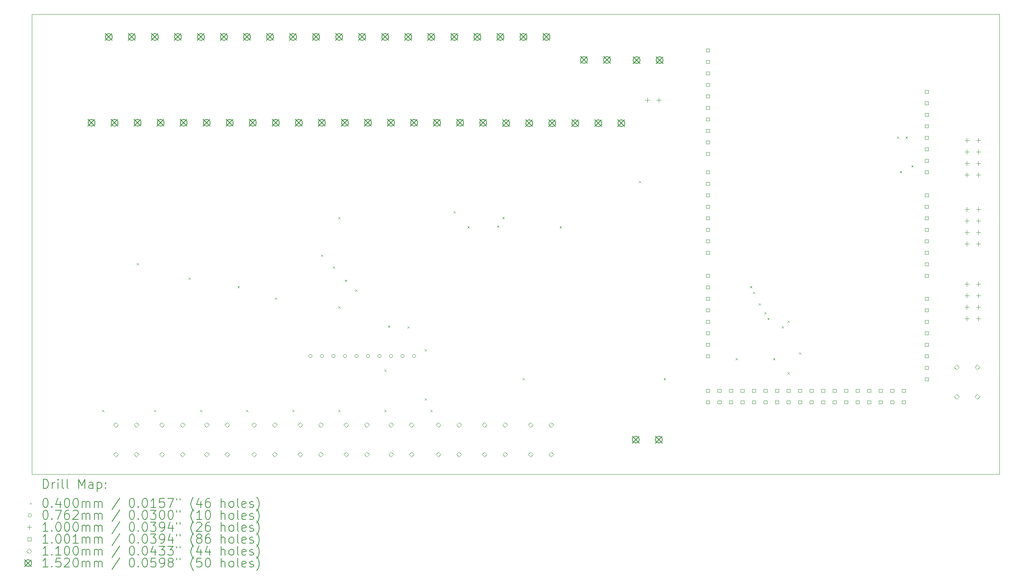
<source format=gbr>
%TF.GenerationSoftware,KiCad,Pcbnew,(6.0.9)*%
%TF.CreationDate,2022-11-08T23:38:09-07:00*%
%TF.ProjectId,gnctr-wack-a-mole-pcb,676e6374-722d-4776-9163-6b2d612d6d6f,rev?*%
%TF.SameCoordinates,Original*%
%TF.FileFunction,Drillmap*%
%TF.FilePolarity,Positive*%
%FSLAX45Y45*%
G04 Gerber Fmt 4.5, Leading zero omitted, Abs format (unit mm)*
G04 Created by KiCad (PCBNEW (6.0.9)) date 2022-11-08 23:38:09*
%MOMM*%
%LPD*%
G01*
G04 APERTURE LIST*
%ADD10C,0.100000*%
%ADD11C,0.200000*%
%ADD12C,0.040000*%
%ADD13C,0.076200*%
%ADD14C,0.100076*%
%ADD15C,0.110000*%
%ADD16C,0.152000*%
G04 APERTURE END LIST*
D10*
X3763500Y-4829000D02*
X25099500Y-4829000D01*
X25099500Y-4829000D02*
X25099500Y-14989000D01*
X25099500Y-14989000D02*
X3763500Y-14989000D01*
X3763500Y-14989000D02*
X3763500Y-4829000D01*
D11*
D12*
X5314000Y-13569000D02*
X5354000Y-13609000D01*
X5354000Y-13569000D02*
X5314000Y-13609000D01*
X6076000Y-10330500D02*
X6116000Y-10370500D01*
X6116000Y-10330500D02*
X6076000Y-10370500D01*
X6457000Y-13569000D02*
X6497000Y-13609000D01*
X6497000Y-13569000D02*
X6457000Y-13609000D01*
X7219000Y-10648000D02*
X7259000Y-10688000D01*
X7259000Y-10648000D02*
X7219000Y-10688000D01*
X7473000Y-13569000D02*
X7513000Y-13609000D01*
X7513000Y-13569000D02*
X7473000Y-13609000D01*
X8298500Y-10838500D02*
X8338500Y-10878500D01*
X8338500Y-10838500D02*
X8298500Y-10878500D01*
X8489000Y-13569000D02*
X8529000Y-13609000D01*
X8529000Y-13569000D02*
X8489000Y-13609000D01*
X9124000Y-11092500D02*
X9164000Y-11132500D01*
X9164000Y-11092500D02*
X9124000Y-11132500D01*
X9505000Y-13569000D02*
X9545000Y-13609000D01*
X9545000Y-13569000D02*
X9505000Y-13609000D01*
X10140000Y-10140000D02*
X10180000Y-10180000D01*
X10180000Y-10140000D02*
X10140000Y-10180000D01*
X10404100Y-10404100D02*
X10444100Y-10444100D01*
X10444100Y-10404100D02*
X10404100Y-10444100D01*
X10521000Y-9314500D02*
X10561000Y-9354500D01*
X10561000Y-9314500D02*
X10521000Y-9354500D01*
X10521000Y-11283000D02*
X10561000Y-11323000D01*
X10561000Y-11283000D02*
X10521000Y-11323000D01*
X10521000Y-13569000D02*
X10561000Y-13609000D01*
X10561000Y-13569000D02*
X10521000Y-13609000D01*
X10664800Y-10694700D02*
X10704800Y-10734700D01*
X10704800Y-10694700D02*
X10664800Y-10734700D01*
X10891900Y-10912100D02*
X10931900Y-10952100D01*
X10931900Y-10912100D02*
X10891900Y-10952100D01*
X11537000Y-12680000D02*
X11577000Y-12720000D01*
X11577000Y-12680000D02*
X11537000Y-12720000D01*
X11537000Y-13569000D02*
X11577000Y-13609000D01*
X11577000Y-13569000D02*
X11537000Y-13609000D01*
X11617500Y-11710500D02*
X11657500Y-11750500D01*
X11657500Y-11710500D02*
X11617500Y-11750500D01*
X12045000Y-11727500D02*
X12085000Y-11767500D01*
X12085000Y-11727500D02*
X12045000Y-11767500D01*
X12426000Y-12235500D02*
X12466000Y-12275500D01*
X12466000Y-12235500D02*
X12426000Y-12275500D01*
X12426000Y-13315000D02*
X12466000Y-13355000D01*
X12466000Y-13315000D02*
X12426000Y-13355000D01*
X12553000Y-13569000D02*
X12593000Y-13609000D01*
X12593000Y-13569000D02*
X12553000Y-13609000D01*
X13061000Y-9187500D02*
X13101000Y-9227500D01*
X13101000Y-9187500D02*
X13061000Y-9227500D01*
X13370500Y-9513000D02*
X13410500Y-9553000D01*
X13410500Y-9513000D02*
X13370500Y-9553000D01*
X14021500Y-9497000D02*
X14061500Y-9537000D01*
X14061500Y-9497000D02*
X14021500Y-9537000D01*
X14140500Y-9314500D02*
X14180500Y-9354500D01*
X14180500Y-9314500D02*
X14140500Y-9354500D01*
X14585000Y-12870500D02*
X14625000Y-12910500D01*
X14625000Y-12870500D02*
X14585000Y-12910500D01*
X15402500Y-9513000D02*
X15442500Y-9553000D01*
X15442500Y-9513000D02*
X15402500Y-9553000D01*
X17153400Y-8517400D02*
X17193400Y-8557400D01*
X17193400Y-8517400D02*
X17153400Y-8557400D01*
X17696500Y-12870500D02*
X17736500Y-12910500D01*
X17736500Y-12870500D02*
X17696500Y-12910500D01*
X19284000Y-12426000D02*
X19324000Y-12466000D01*
X19324000Y-12426000D02*
X19284000Y-12466000D01*
X19601500Y-10838500D02*
X19641500Y-10878500D01*
X19641500Y-10838500D02*
X19601500Y-10878500D01*
X19665000Y-10965500D02*
X19705000Y-11005500D01*
X19705000Y-10965500D02*
X19665000Y-11005500D01*
X19792000Y-11219500D02*
X19832000Y-11259500D01*
X19832000Y-11219500D02*
X19792000Y-11259500D01*
X19919000Y-11410000D02*
X19959000Y-11450000D01*
X19959000Y-11410000D02*
X19919000Y-11450000D01*
X19982500Y-11537000D02*
X20022500Y-11577000D01*
X20022500Y-11537000D02*
X19982500Y-11577000D01*
X20109500Y-12426000D02*
X20149500Y-12466000D01*
X20149500Y-12426000D02*
X20109500Y-12466000D01*
X20300000Y-11727500D02*
X20340000Y-11767500D01*
X20340000Y-11727500D02*
X20300000Y-11767500D01*
X20427000Y-11600500D02*
X20467000Y-11640500D01*
X20467000Y-11600500D02*
X20427000Y-11640500D01*
X20427000Y-12743500D02*
X20467000Y-12783500D01*
X20467000Y-12743500D02*
X20427000Y-12783500D01*
X20681000Y-12299000D02*
X20721000Y-12339000D01*
X20721000Y-12299000D02*
X20681000Y-12339000D01*
X22840000Y-7536500D02*
X22880000Y-7576500D01*
X22880000Y-7536500D02*
X22840000Y-7576500D01*
X22903500Y-8298500D02*
X22943500Y-8338500D01*
X22943500Y-8298500D02*
X22903500Y-8338500D01*
X23030500Y-7536500D02*
X23070500Y-7576500D01*
X23070500Y-7536500D02*
X23030500Y-7576500D01*
X23157500Y-8171500D02*
X23197500Y-8211500D01*
X23197500Y-8171500D02*
X23157500Y-8211500D01*
D13*
X9944100Y-12380000D02*
G75*
G03*
X9944100Y-12380000I-38100J0D01*
G01*
X10198100Y-12380000D02*
G75*
G03*
X10198100Y-12380000I-38100J0D01*
G01*
X10452100Y-12380000D02*
G75*
G03*
X10452100Y-12380000I-38100J0D01*
G01*
X10706100Y-12380000D02*
G75*
G03*
X10706100Y-12380000I-38100J0D01*
G01*
X10960100Y-12380000D02*
G75*
G03*
X10960100Y-12380000I-38100J0D01*
G01*
X11214100Y-12380000D02*
G75*
G03*
X11214100Y-12380000I-38100J0D01*
G01*
X11468100Y-12380000D02*
G75*
G03*
X11468100Y-12380000I-38100J0D01*
G01*
X11722100Y-12380000D02*
G75*
G03*
X11722100Y-12380000I-38100J0D01*
G01*
X11976100Y-12380000D02*
G75*
G03*
X11976100Y-12380000I-38100J0D01*
G01*
X12230100Y-12380000D02*
G75*
G03*
X12230100Y-12380000I-38100J0D01*
G01*
D10*
X17335500Y-6681000D02*
X17335500Y-6781000D01*
X17285500Y-6731000D02*
X17385500Y-6731000D01*
X17589500Y-6681000D02*
X17589500Y-6781000D01*
X17539500Y-6731000D02*
X17639500Y-6731000D01*
X24384000Y-7570000D02*
X24384000Y-7670000D01*
X24334000Y-7620000D02*
X24434000Y-7620000D01*
X24384000Y-7824000D02*
X24384000Y-7924000D01*
X24334000Y-7874000D02*
X24434000Y-7874000D01*
X24384000Y-8078000D02*
X24384000Y-8178000D01*
X24334000Y-8128000D02*
X24434000Y-8128000D01*
X24384000Y-8332000D02*
X24384000Y-8432000D01*
X24334000Y-8382000D02*
X24434000Y-8382000D01*
X24384000Y-9094000D02*
X24384000Y-9194000D01*
X24334000Y-9144000D02*
X24434000Y-9144000D01*
X24384000Y-9348000D02*
X24384000Y-9448000D01*
X24334000Y-9398000D02*
X24434000Y-9398000D01*
X24384000Y-9602000D02*
X24384000Y-9702000D01*
X24334000Y-9652000D02*
X24434000Y-9652000D01*
X24384000Y-9856000D02*
X24384000Y-9956000D01*
X24334000Y-9906000D02*
X24434000Y-9906000D01*
X24384000Y-10745000D02*
X24384000Y-10845000D01*
X24334000Y-10795000D02*
X24434000Y-10795000D01*
X24384000Y-10999000D02*
X24384000Y-11099000D01*
X24334000Y-11049000D02*
X24434000Y-11049000D01*
X24384000Y-11253000D02*
X24384000Y-11353000D01*
X24334000Y-11303000D02*
X24434000Y-11303000D01*
X24384000Y-11507000D02*
X24384000Y-11607000D01*
X24334000Y-11557000D02*
X24434000Y-11557000D01*
X24638000Y-7570000D02*
X24638000Y-7670000D01*
X24588000Y-7620000D02*
X24688000Y-7620000D01*
X24638000Y-7824000D02*
X24638000Y-7924000D01*
X24588000Y-7874000D02*
X24688000Y-7874000D01*
X24638000Y-8078000D02*
X24638000Y-8178000D01*
X24588000Y-8128000D02*
X24688000Y-8128000D01*
X24638000Y-8332000D02*
X24638000Y-8432000D01*
X24588000Y-8382000D02*
X24688000Y-8382000D01*
X24638000Y-9094000D02*
X24638000Y-9194000D01*
X24588000Y-9144000D02*
X24688000Y-9144000D01*
X24638000Y-9348000D02*
X24638000Y-9448000D01*
X24588000Y-9398000D02*
X24688000Y-9398000D01*
X24638000Y-9602000D02*
X24638000Y-9702000D01*
X24588000Y-9652000D02*
X24688000Y-9652000D01*
X24638000Y-9856000D02*
X24638000Y-9956000D01*
X24588000Y-9906000D02*
X24688000Y-9906000D01*
X24638000Y-10745000D02*
X24638000Y-10845000D01*
X24588000Y-10795000D02*
X24688000Y-10795000D01*
X24638000Y-10999000D02*
X24638000Y-11099000D01*
X24588000Y-11049000D02*
X24688000Y-11049000D01*
X24638000Y-11253000D02*
X24638000Y-11353000D01*
X24588000Y-11303000D02*
X24688000Y-11303000D01*
X24638000Y-11507000D02*
X24638000Y-11607000D01*
X24588000Y-11557000D02*
X24688000Y-11557000D01*
D14*
X18704383Y-5661482D02*
X18704383Y-5590718D01*
X18633618Y-5590718D01*
X18633618Y-5661482D01*
X18704383Y-5661482D01*
X18704383Y-5915482D02*
X18704383Y-5844717D01*
X18633618Y-5844717D01*
X18633618Y-5915482D01*
X18704383Y-5915482D01*
X18704383Y-6169482D02*
X18704383Y-6098717D01*
X18633618Y-6098717D01*
X18633618Y-6169482D01*
X18704383Y-6169482D01*
X18704383Y-6423482D02*
X18704383Y-6352717D01*
X18633618Y-6352717D01*
X18633618Y-6423482D01*
X18704383Y-6423482D01*
X18704383Y-6677482D02*
X18704383Y-6606717D01*
X18633618Y-6606717D01*
X18633618Y-6677482D01*
X18704383Y-6677482D01*
X18704383Y-6931482D02*
X18704383Y-6860717D01*
X18633618Y-6860717D01*
X18633618Y-6931482D01*
X18704383Y-6931482D01*
X18704383Y-7185482D02*
X18704383Y-7114717D01*
X18633618Y-7114717D01*
X18633618Y-7185482D01*
X18704383Y-7185482D01*
X18704383Y-7439482D02*
X18704383Y-7368717D01*
X18633618Y-7368717D01*
X18633618Y-7439482D01*
X18704383Y-7439482D01*
X18704383Y-7693482D02*
X18704383Y-7622717D01*
X18633618Y-7622717D01*
X18633618Y-7693482D01*
X18704383Y-7693482D01*
X18704383Y-7947482D02*
X18704383Y-7876717D01*
X18633618Y-7876717D01*
X18633618Y-7947482D01*
X18704383Y-7947482D01*
X18704383Y-8353882D02*
X18704383Y-8283117D01*
X18633618Y-8283117D01*
X18633618Y-8353882D01*
X18704383Y-8353882D01*
X18704383Y-8607883D02*
X18704383Y-8537118D01*
X18633618Y-8537118D01*
X18633618Y-8607883D01*
X18704383Y-8607883D01*
X18704383Y-8861883D02*
X18704383Y-8791118D01*
X18633618Y-8791118D01*
X18633618Y-8861883D01*
X18704383Y-8861883D01*
X18704383Y-9115883D02*
X18704383Y-9045118D01*
X18633618Y-9045118D01*
X18633618Y-9115883D01*
X18704383Y-9115883D01*
X18704383Y-9369883D02*
X18704383Y-9299118D01*
X18633618Y-9299118D01*
X18633618Y-9369883D01*
X18704383Y-9369883D01*
X18704383Y-9623883D02*
X18704383Y-9553118D01*
X18633618Y-9553118D01*
X18633618Y-9623883D01*
X18704383Y-9623883D01*
X18704383Y-9877883D02*
X18704383Y-9807118D01*
X18633618Y-9807118D01*
X18633618Y-9877883D01*
X18704383Y-9877883D01*
X18704383Y-10131883D02*
X18704383Y-10061118D01*
X18633618Y-10061118D01*
X18633618Y-10131883D01*
X18704383Y-10131883D01*
X18704383Y-10639883D02*
X18704383Y-10569118D01*
X18633618Y-10569118D01*
X18633618Y-10639883D01*
X18704383Y-10639883D01*
X18704383Y-10893883D02*
X18704383Y-10823118D01*
X18633618Y-10823118D01*
X18633618Y-10893883D01*
X18704383Y-10893883D01*
X18704383Y-11147883D02*
X18704383Y-11077118D01*
X18633618Y-11077118D01*
X18633618Y-11147883D01*
X18704383Y-11147883D01*
X18704383Y-11401882D02*
X18704383Y-11331117D01*
X18633618Y-11331117D01*
X18633618Y-11401882D01*
X18704383Y-11401882D01*
X18704383Y-11655882D02*
X18704383Y-11585117D01*
X18633618Y-11585117D01*
X18633618Y-11655882D01*
X18704383Y-11655882D01*
X18704383Y-11909882D02*
X18704383Y-11839117D01*
X18633618Y-11839117D01*
X18633618Y-11909882D01*
X18704383Y-11909882D01*
X18704383Y-12163882D02*
X18704383Y-12093117D01*
X18633618Y-12093117D01*
X18633618Y-12163882D01*
X18704383Y-12163882D01*
X18704383Y-12417882D02*
X18704383Y-12347117D01*
X18633618Y-12347117D01*
X18633618Y-12417882D01*
X18704383Y-12417882D01*
X18704383Y-13179882D02*
X18704383Y-13109117D01*
X18633618Y-13109117D01*
X18633618Y-13179882D01*
X18704383Y-13179882D01*
X18704383Y-13433882D02*
X18704383Y-13363117D01*
X18633618Y-13363117D01*
X18633618Y-13433882D01*
X18704383Y-13433882D01*
X18958383Y-13179882D02*
X18958383Y-13109117D01*
X18887618Y-13109117D01*
X18887618Y-13179882D01*
X18958383Y-13179882D01*
X18958383Y-13433882D02*
X18958383Y-13363117D01*
X18887618Y-13363117D01*
X18887618Y-13433882D01*
X18958383Y-13433882D01*
X19212383Y-13179882D02*
X19212383Y-13109117D01*
X19141618Y-13109117D01*
X19141618Y-13179882D01*
X19212383Y-13179882D01*
X19212383Y-13433882D02*
X19212383Y-13363117D01*
X19141618Y-13363117D01*
X19141618Y-13433882D01*
X19212383Y-13433882D01*
X19466383Y-13179882D02*
X19466383Y-13109117D01*
X19395618Y-13109117D01*
X19395618Y-13179882D01*
X19466383Y-13179882D01*
X19466383Y-13433882D02*
X19466383Y-13363117D01*
X19395618Y-13363117D01*
X19395618Y-13433882D01*
X19466383Y-13433882D01*
X19720383Y-13179882D02*
X19720383Y-13109117D01*
X19649618Y-13109117D01*
X19649618Y-13179882D01*
X19720383Y-13179882D01*
X19720383Y-13433882D02*
X19720383Y-13363117D01*
X19649618Y-13363117D01*
X19649618Y-13433882D01*
X19720383Y-13433882D01*
X19974383Y-13179882D02*
X19974383Y-13109117D01*
X19903618Y-13109117D01*
X19903618Y-13179882D01*
X19974383Y-13179882D01*
X19974383Y-13433882D02*
X19974383Y-13363117D01*
X19903618Y-13363117D01*
X19903618Y-13433882D01*
X19974383Y-13433882D01*
X20228383Y-13179882D02*
X20228383Y-13109117D01*
X20157618Y-13109117D01*
X20157618Y-13179882D01*
X20228383Y-13179882D01*
X20228383Y-13433882D02*
X20228383Y-13363117D01*
X20157618Y-13363117D01*
X20157618Y-13433882D01*
X20228383Y-13433882D01*
X20482383Y-13179882D02*
X20482383Y-13109117D01*
X20411618Y-13109117D01*
X20411618Y-13179882D01*
X20482383Y-13179882D01*
X20482383Y-13433882D02*
X20482383Y-13363117D01*
X20411618Y-13363117D01*
X20411618Y-13433882D01*
X20482383Y-13433882D01*
X20736383Y-13179882D02*
X20736383Y-13109117D01*
X20665618Y-13109117D01*
X20665618Y-13179882D01*
X20736383Y-13179882D01*
X20736383Y-13433882D02*
X20736383Y-13363117D01*
X20665618Y-13363117D01*
X20665618Y-13433882D01*
X20736383Y-13433882D01*
X20990383Y-13179882D02*
X20990383Y-13109117D01*
X20919618Y-13109117D01*
X20919618Y-13179882D01*
X20990383Y-13179882D01*
X20990383Y-13433882D02*
X20990383Y-13363117D01*
X20919618Y-13363117D01*
X20919618Y-13433882D01*
X20990383Y-13433882D01*
X21244383Y-13179882D02*
X21244383Y-13109117D01*
X21173618Y-13109117D01*
X21173618Y-13179882D01*
X21244383Y-13179882D01*
X21244383Y-13433882D02*
X21244383Y-13363117D01*
X21173618Y-13363117D01*
X21173618Y-13433882D01*
X21244383Y-13433882D01*
X21498383Y-13179882D02*
X21498383Y-13109117D01*
X21427618Y-13109117D01*
X21427618Y-13179882D01*
X21498383Y-13179882D01*
X21498383Y-13433882D02*
X21498383Y-13363117D01*
X21427618Y-13363117D01*
X21427618Y-13433882D01*
X21498383Y-13433882D01*
X21752383Y-13179882D02*
X21752383Y-13109117D01*
X21681618Y-13109117D01*
X21681618Y-13179882D01*
X21752383Y-13179882D01*
X21752383Y-13433882D02*
X21752383Y-13363117D01*
X21681618Y-13363117D01*
X21681618Y-13433882D01*
X21752383Y-13433882D01*
X22006383Y-13179882D02*
X22006383Y-13109117D01*
X21935618Y-13109117D01*
X21935618Y-13179882D01*
X22006383Y-13179882D01*
X22006383Y-13433882D02*
X22006383Y-13363117D01*
X21935618Y-13363117D01*
X21935618Y-13433882D01*
X22006383Y-13433882D01*
X22260383Y-13179882D02*
X22260383Y-13109117D01*
X22189618Y-13109117D01*
X22189618Y-13179882D01*
X22260383Y-13179882D01*
X22260383Y-13433882D02*
X22260383Y-13363117D01*
X22189618Y-13363117D01*
X22189618Y-13433882D01*
X22260383Y-13433882D01*
X22514382Y-13179882D02*
X22514382Y-13109117D01*
X22443617Y-13109117D01*
X22443617Y-13179882D01*
X22514382Y-13179882D01*
X22514382Y-13433882D02*
X22514382Y-13363117D01*
X22443617Y-13363117D01*
X22443617Y-13433882D01*
X22514382Y-13433882D01*
X22768382Y-13179882D02*
X22768382Y-13109117D01*
X22697617Y-13109117D01*
X22697617Y-13179882D01*
X22768382Y-13179882D01*
X22768382Y-13433882D02*
X22768382Y-13363117D01*
X22697617Y-13363117D01*
X22697617Y-13433882D01*
X22768382Y-13433882D01*
X23022382Y-13179882D02*
X23022382Y-13109117D01*
X22951617Y-13109117D01*
X22951617Y-13179882D01*
X23022382Y-13179882D01*
X23022382Y-13433882D02*
X23022382Y-13363117D01*
X22951617Y-13363117D01*
X22951617Y-13433882D01*
X23022382Y-13433882D01*
X23530382Y-6575882D02*
X23530382Y-6505117D01*
X23459617Y-6505117D01*
X23459617Y-6575882D01*
X23530382Y-6575882D01*
X23530382Y-6829882D02*
X23530382Y-6759117D01*
X23459617Y-6759117D01*
X23459617Y-6829882D01*
X23530382Y-6829882D01*
X23530382Y-7083882D02*
X23530382Y-7013117D01*
X23459617Y-7013117D01*
X23459617Y-7083882D01*
X23530382Y-7083882D01*
X23530382Y-7337882D02*
X23530382Y-7267117D01*
X23459617Y-7267117D01*
X23459617Y-7337882D01*
X23530382Y-7337882D01*
X23530382Y-7591882D02*
X23530382Y-7521117D01*
X23459617Y-7521117D01*
X23459617Y-7591882D01*
X23530382Y-7591882D01*
X23530382Y-7845882D02*
X23530382Y-7775117D01*
X23459617Y-7775117D01*
X23459617Y-7845882D01*
X23530382Y-7845882D01*
X23530382Y-8099882D02*
X23530382Y-8029117D01*
X23459617Y-8029117D01*
X23459617Y-8099882D01*
X23530382Y-8099882D01*
X23530382Y-8353882D02*
X23530382Y-8283117D01*
X23459617Y-8283117D01*
X23459617Y-8353882D01*
X23530382Y-8353882D01*
X23530382Y-8861883D02*
X23530382Y-8791118D01*
X23459617Y-8791118D01*
X23459617Y-8861883D01*
X23530382Y-8861883D01*
X23530382Y-9115883D02*
X23530382Y-9045118D01*
X23459617Y-9045118D01*
X23459617Y-9115883D01*
X23530382Y-9115883D01*
X23530382Y-9369883D02*
X23530382Y-9299118D01*
X23459617Y-9299118D01*
X23459617Y-9369883D01*
X23530382Y-9369883D01*
X23530382Y-9623883D02*
X23530382Y-9553118D01*
X23459617Y-9553118D01*
X23459617Y-9623883D01*
X23530382Y-9623883D01*
X23530382Y-9877883D02*
X23530382Y-9807118D01*
X23459617Y-9807118D01*
X23459617Y-9877883D01*
X23530382Y-9877883D01*
X23530382Y-10131883D02*
X23530382Y-10061118D01*
X23459617Y-10061118D01*
X23459617Y-10131883D01*
X23530382Y-10131883D01*
X23530382Y-10385883D02*
X23530382Y-10315118D01*
X23459617Y-10315118D01*
X23459617Y-10385883D01*
X23530382Y-10385883D01*
X23530382Y-10639883D02*
X23530382Y-10569118D01*
X23459617Y-10569118D01*
X23459617Y-10639883D01*
X23530382Y-10639883D01*
X23530382Y-11147883D02*
X23530382Y-11077118D01*
X23459617Y-11077118D01*
X23459617Y-11147883D01*
X23530382Y-11147883D01*
X23530382Y-11401882D02*
X23530382Y-11331117D01*
X23459617Y-11331117D01*
X23459617Y-11401882D01*
X23530382Y-11401882D01*
X23530382Y-11655882D02*
X23530382Y-11585117D01*
X23459617Y-11585117D01*
X23459617Y-11655882D01*
X23530382Y-11655882D01*
X23530382Y-11909882D02*
X23530382Y-11839117D01*
X23459617Y-11839117D01*
X23459617Y-11909882D01*
X23530382Y-11909882D01*
X23530382Y-12163882D02*
X23530382Y-12093117D01*
X23459617Y-12093117D01*
X23459617Y-12163882D01*
X23530382Y-12163882D01*
X23530382Y-12417882D02*
X23530382Y-12347117D01*
X23459617Y-12347117D01*
X23459617Y-12417882D01*
X23530382Y-12417882D01*
X23530382Y-12671882D02*
X23530382Y-12601117D01*
X23459617Y-12601117D01*
X23459617Y-12671882D01*
X23530382Y-12671882D01*
X23530382Y-12925882D02*
X23530382Y-12855117D01*
X23459617Y-12855117D01*
X23459617Y-12925882D01*
X23530382Y-12925882D01*
D15*
X5617000Y-13957000D02*
X5672000Y-13902000D01*
X5617000Y-13847000D01*
X5562000Y-13902000D01*
X5617000Y-13957000D01*
X5617000Y-14607000D02*
X5672000Y-14552000D01*
X5617000Y-14497000D01*
X5562000Y-14552000D01*
X5617000Y-14607000D01*
X6067000Y-13957000D02*
X6122000Y-13902000D01*
X6067000Y-13847000D01*
X6012000Y-13902000D01*
X6067000Y-13957000D01*
X6067000Y-14607000D02*
X6122000Y-14552000D01*
X6067000Y-14497000D01*
X6012000Y-14552000D01*
X6067000Y-14607000D01*
X6633000Y-13957000D02*
X6688000Y-13902000D01*
X6633000Y-13847000D01*
X6578000Y-13902000D01*
X6633000Y-13957000D01*
X6633000Y-14607000D02*
X6688000Y-14552000D01*
X6633000Y-14497000D01*
X6578000Y-14552000D01*
X6633000Y-14607000D01*
X7083000Y-13957000D02*
X7138000Y-13902000D01*
X7083000Y-13847000D01*
X7028000Y-13902000D01*
X7083000Y-13957000D01*
X7083000Y-14607000D02*
X7138000Y-14552000D01*
X7083000Y-14497000D01*
X7028000Y-14552000D01*
X7083000Y-14607000D01*
X7620000Y-13957000D02*
X7675000Y-13902000D01*
X7620000Y-13847000D01*
X7565000Y-13902000D01*
X7620000Y-13957000D01*
X7620000Y-14607000D02*
X7675000Y-14552000D01*
X7620000Y-14497000D01*
X7565000Y-14552000D01*
X7620000Y-14607000D01*
X8070000Y-13957000D02*
X8125000Y-13902000D01*
X8070000Y-13847000D01*
X8015000Y-13902000D01*
X8070000Y-13957000D01*
X8070000Y-14607000D02*
X8125000Y-14552000D01*
X8070000Y-14497000D01*
X8015000Y-14552000D01*
X8070000Y-14607000D01*
X8665000Y-13957000D02*
X8720000Y-13902000D01*
X8665000Y-13847000D01*
X8610000Y-13902000D01*
X8665000Y-13957000D01*
X8665000Y-14607000D02*
X8720000Y-14552000D01*
X8665000Y-14497000D01*
X8610000Y-14552000D01*
X8665000Y-14607000D01*
X9115000Y-13957000D02*
X9170000Y-13902000D01*
X9115000Y-13847000D01*
X9060000Y-13902000D01*
X9115000Y-13957000D01*
X9115000Y-14607000D02*
X9170000Y-14552000D01*
X9115000Y-14497000D01*
X9060000Y-14552000D01*
X9115000Y-14607000D01*
X9681000Y-13957000D02*
X9736000Y-13902000D01*
X9681000Y-13847000D01*
X9626000Y-13902000D01*
X9681000Y-13957000D01*
X9681000Y-14607000D02*
X9736000Y-14552000D01*
X9681000Y-14497000D01*
X9626000Y-14552000D01*
X9681000Y-14607000D01*
X10131000Y-13957000D02*
X10186000Y-13902000D01*
X10131000Y-13847000D01*
X10076000Y-13902000D01*
X10131000Y-13957000D01*
X10131000Y-14607000D02*
X10186000Y-14552000D01*
X10131000Y-14497000D01*
X10076000Y-14552000D01*
X10131000Y-14607000D01*
X10697000Y-13957000D02*
X10752000Y-13902000D01*
X10697000Y-13847000D01*
X10642000Y-13902000D01*
X10697000Y-13957000D01*
X10697000Y-14607000D02*
X10752000Y-14552000D01*
X10697000Y-14497000D01*
X10642000Y-14552000D01*
X10697000Y-14607000D01*
X11147000Y-13957000D02*
X11202000Y-13902000D01*
X11147000Y-13847000D01*
X11092000Y-13902000D01*
X11147000Y-13957000D01*
X11147000Y-14607000D02*
X11202000Y-14552000D01*
X11147000Y-14497000D01*
X11092000Y-14552000D01*
X11147000Y-14607000D01*
X11684000Y-13957000D02*
X11739000Y-13902000D01*
X11684000Y-13847000D01*
X11629000Y-13902000D01*
X11684000Y-13957000D01*
X11684000Y-14607000D02*
X11739000Y-14552000D01*
X11684000Y-14497000D01*
X11629000Y-14552000D01*
X11684000Y-14607000D01*
X12134000Y-13957000D02*
X12189000Y-13902000D01*
X12134000Y-13847000D01*
X12079000Y-13902000D01*
X12134000Y-13957000D01*
X12134000Y-14607000D02*
X12189000Y-14552000D01*
X12134000Y-14497000D01*
X12079000Y-14552000D01*
X12134000Y-14607000D01*
X12729000Y-13957000D02*
X12784000Y-13902000D01*
X12729000Y-13847000D01*
X12674000Y-13902000D01*
X12729000Y-13957000D01*
X12729000Y-14607000D02*
X12784000Y-14552000D01*
X12729000Y-14497000D01*
X12674000Y-14552000D01*
X12729000Y-14607000D01*
X13179000Y-13957000D02*
X13234000Y-13902000D01*
X13179000Y-13847000D01*
X13124000Y-13902000D01*
X13179000Y-13957000D01*
X13179000Y-14607000D02*
X13234000Y-14552000D01*
X13179000Y-14497000D01*
X13124000Y-14552000D01*
X13179000Y-14607000D01*
X13745000Y-13957000D02*
X13800000Y-13902000D01*
X13745000Y-13847000D01*
X13690000Y-13902000D01*
X13745000Y-13957000D01*
X13745000Y-14607000D02*
X13800000Y-14552000D01*
X13745000Y-14497000D01*
X13690000Y-14552000D01*
X13745000Y-14607000D01*
X14195000Y-13957000D02*
X14250000Y-13902000D01*
X14195000Y-13847000D01*
X14140000Y-13902000D01*
X14195000Y-13957000D01*
X14195000Y-14607000D02*
X14250000Y-14552000D01*
X14195000Y-14497000D01*
X14140000Y-14552000D01*
X14195000Y-14607000D01*
X14761000Y-13957000D02*
X14816000Y-13902000D01*
X14761000Y-13847000D01*
X14706000Y-13902000D01*
X14761000Y-13957000D01*
X14761000Y-14607000D02*
X14816000Y-14552000D01*
X14761000Y-14497000D01*
X14706000Y-14552000D01*
X14761000Y-14607000D01*
X15211000Y-13957000D02*
X15266000Y-13902000D01*
X15211000Y-13847000D01*
X15156000Y-13902000D01*
X15211000Y-13957000D01*
X15211000Y-14607000D02*
X15266000Y-14552000D01*
X15211000Y-14497000D01*
X15156000Y-14552000D01*
X15211000Y-14607000D01*
X24159000Y-12684000D02*
X24214000Y-12629000D01*
X24159000Y-12574000D01*
X24104000Y-12629000D01*
X24159000Y-12684000D01*
X24159000Y-13334000D02*
X24214000Y-13279000D01*
X24159000Y-13224000D01*
X24104000Y-13279000D01*
X24159000Y-13334000D01*
X24609000Y-12684000D02*
X24664000Y-12629000D01*
X24609000Y-12574000D01*
X24554000Y-12629000D01*
X24609000Y-12684000D01*
X24609000Y-13334000D02*
X24664000Y-13279000D01*
X24609000Y-13224000D01*
X24554000Y-13279000D01*
X24609000Y-13334000D01*
D16*
X5004000Y-7153500D02*
X5156000Y-7305500D01*
X5156000Y-7153500D02*
X5004000Y-7305500D01*
X5156000Y-7229500D02*
G75*
G03*
X5156000Y-7229500I-76000J0D01*
G01*
X5385000Y-5258000D02*
X5537000Y-5410000D01*
X5537000Y-5258000D02*
X5385000Y-5410000D01*
X5537000Y-5334000D02*
G75*
G03*
X5537000Y-5334000I-76000J0D01*
G01*
X5512000Y-7153500D02*
X5664000Y-7305500D01*
X5664000Y-7153500D02*
X5512000Y-7305500D01*
X5664000Y-7229500D02*
G75*
G03*
X5664000Y-7229500I-76000J0D01*
G01*
X5893000Y-5258000D02*
X6045000Y-5410000D01*
X6045000Y-5258000D02*
X5893000Y-5410000D01*
X6045000Y-5334000D02*
G75*
G03*
X6045000Y-5334000I-76000J0D01*
G01*
X6020000Y-7153500D02*
X6172000Y-7305500D01*
X6172000Y-7153500D02*
X6020000Y-7305500D01*
X6172000Y-7229500D02*
G75*
G03*
X6172000Y-7229500I-76000J0D01*
G01*
X6401000Y-5258000D02*
X6553000Y-5410000D01*
X6553000Y-5258000D02*
X6401000Y-5410000D01*
X6553000Y-5334000D02*
G75*
G03*
X6553000Y-5334000I-76000J0D01*
G01*
X6528000Y-7153500D02*
X6680000Y-7305500D01*
X6680000Y-7153500D02*
X6528000Y-7305500D01*
X6680000Y-7229500D02*
G75*
G03*
X6680000Y-7229500I-76000J0D01*
G01*
X6909000Y-5258000D02*
X7061000Y-5410000D01*
X7061000Y-5258000D02*
X6909000Y-5410000D01*
X7061000Y-5334000D02*
G75*
G03*
X7061000Y-5334000I-76000J0D01*
G01*
X7036000Y-7153500D02*
X7188000Y-7305500D01*
X7188000Y-7153500D02*
X7036000Y-7305500D01*
X7188000Y-7229500D02*
G75*
G03*
X7188000Y-7229500I-76000J0D01*
G01*
X7417000Y-5258000D02*
X7569000Y-5410000D01*
X7569000Y-5258000D02*
X7417000Y-5410000D01*
X7569000Y-5334000D02*
G75*
G03*
X7569000Y-5334000I-76000J0D01*
G01*
X7544000Y-7153500D02*
X7696000Y-7305500D01*
X7696000Y-7153500D02*
X7544000Y-7305500D01*
X7696000Y-7229500D02*
G75*
G03*
X7696000Y-7229500I-76000J0D01*
G01*
X7925000Y-5258000D02*
X8077000Y-5410000D01*
X8077000Y-5258000D02*
X7925000Y-5410000D01*
X8077000Y-5334000D02*
G75*
G03*
X8077000Y-5334000I-76000J0D01*
G01*
X8052000Y-7153500D02*
X8204000Y-7305500D01*
X8204000Y-7153500D02*
X8052000Y-7305500D01*
X8204000Y-7229500D02*
G75*
G03*
X8204000Y-7229500I-76000J0D01*
G01*
X8433000Y-5258000D02*
X8585000Y-5410000D01*
X8585000Y-5258000D02*
X8433000Y-5410000D01*
X8585000Y-5334000D02*
G75*
G03*
X8585000Y-5334000I-76000J0D01*
G01*
X8560000Y-7153500D02*
X8712000Y-7305500D01*
X8712000Y-7153500D02*
X8560000Y-7305500D01*
X8712000Y-7229500D02*
G75*
G03*
X8712000Y-7229500I-76000J0D01*
G01*
X8941000Y-5258000D02*
X9093000Y-5410000D01*
X9093000Y-5258000D02*
X8941000Y-5410000D01*
X9093000Y-5334000D02*
G75*
G03*
X9093000Y-5334000I-76000J0D01*
G01*
X9068000Y-7153500D02*
X9220000Y-7305500D01*
X9220000Y-7153500D02*
X9068000Y-7305500D01*
X9220000Y-7229500D02*
G75*
G03*
X9220000Y-7229500I-76000J0D01*
G01*
X9449000Y-5258000D02*
X9601000Y-5410000D01*
X9601000Y-5258000D02*
X9449000Y-5410000D01*
X9601000Y-5334000D02*
G75*
G03*
X9601000Y-5334000I-76000J0D01*
G01*
X9576000Y-7153500D02*
X9728000Y-7305500D01*
X9728000Y-7153500D02*
X9576000Y-7305500D01*
X9728000Y-7229500D02*
G75*
G03*
X9728000Y-7229500I-76000J0D01*
G01*
X9957000Y-5258000D02*
X10109000Y-5410000D01*
X10109000Y-5258000D02*
X9957000Y-5410000D01*
X10109000Y-5334000D02*
G75*
G03*
X10109000Y-5334000I-76000J0D01*
G01*
X10084000Y-7153500D02*
X10236000Y-7305500D01*
X10236000Y-7153500D02*
X10084000Y-7305500D01*
X10236000Y-7229500D02*
G75*
G03*
X10236000Y-7229500I-76000J0D01*
G01*
X10465000Y-5258000D02*
X10617000Y-5410000D01*
X10617000Y-5258000D02*
X10465000Y-5410000D01*
X10617000Y-5334000D02*
G75*
G03*
X10617000Y-5334000I-76000J0D01*
G01*
X10592000Y-7153500D02*
X10744000Y-7305500D01*
X10744000Y-7153500D02*
X10592000Y-7305500D01*
X10744000Y-7229500D02*
G75*
G03*
X10744000Y-7229500I-76000J0D01*
G01*
X10973000Y-5258000D02*
X11125000Y-5410000D01*
X11125000Y-5258000D02*
X10973000Y-5410000D01*
X11125000Y-5334000D02*
G75*
G03*
X11125000Y-5334000I-76000J0D01*
G01*
X11100000Y-7153500D02*
X11252000Y-7305500D01*
X11252000Y-7153500D02*
X11100000Y-7305500D01*
X11252000Y-7229500D02*
G75*
G03*
X11252000Y-7229500I-76000J0D01*
G01*
X11481000Y-5258000D02*
X11633000Y-5410000D01*
X11633000Y-5258000D02*
X11481000Y-5410000D01*
X11633000Y-5334000D02*
G75*
G03*
X11633000Y-5334000I-76000J0D01*
G01*
X11608000Y-7153500D02*
X11760000Y-7305500D01*
X11760000Y-7153500D02*
X11608000Y-7305500D01*
X11760000Y-7229500D02*
G75*
G03*
X11760000Y-7229500I-76000J0D01*
G01*
X11989000Y-5258000D02*
X12141000Y-5410000D01*
X12141000Y-5258000D02*
X11989000Y-5410000D01*
X12141000Y-5334000D02*
G75*
G03*
X12141000Y-5334000I-76000J0D01*
G01*
X12116000Y-7153500D02*
X12268000Y-7305500D01*
X12268000Y-7153500D02*
X12116000Y-7305500D01*
X12268000Y-7229500D02*
G75*
G03*
X12268000Y-7229500I-76000J0D01*
G01*
X12497000Y-5258000D02*
X12649000Y-5410000D01*
X12649000Y-5258000D02*
X12497000Y-5410000D01*
X12649000Y-5334000D02*
G75*
G03*
X12649000Y-5334000I-76000J0D01*
G01*
X12624000Y-7153500D02*
X12776000Y-7305500D01*
X12776000Y-7153500D02*
X12624000Y-7305500D01*
X12776000Y-7229500D02*
G75*
G03*
X12776000Y-7229500I-76000J0D01*
G01*
X13005000Y-5258000D02*
X13157000Y-5410000D01*
X13157000Y-5258000D02*
X13005000Y-5410000D01*
X13157000Y-5334000D02*
G75*
G03*
X13157000Y-5334000I-76000J0D01*
G01*
X13132000Y-7153500D02*
X13284000Y-7305500D01*
X13284000Y-7153500D02*
X13132000Y-7305500D01*
X13284000Y-7229500D02*
G75*
G03*
X13284000Y-7229500I-76000J0D01*
G01*
X13513000Y-5258000D02*
X13665000Y-5410000D01*
X13665000Y-5258000D02*
X13513000Y-5410000D01*
X13665000Y-5334000D02*
G75*
G03*
X13665000Y-5334000I-76000J0D01*
G01*
X13640000Y-7153500D02*
X13792000Y-7305500D01*
X13792000Y-7153500D02*
X13640000Y-7305500D01*
X13792000Y-7229500D02*
G75*
G03*
X13792000Y-7229500I-76000J0D01*
G01*
X14021000Y-5258000D02*
X14173000Y-5410000D01*
X14173000Y-5258000D02*
X14021000Y-5410000D01*
X14173000Y-5334000D02*
G75*
G03*
X14173000Y-5334000I-76000J0D01*
G01*
X14148000Y-7163000D02*
X14300000Y-7315000D01*
X14300000Y-7163000D02*
X14148000Y-7315000D01*
X14300000Y-7239000D02*
G75*
G03*
X14300000Y-7239000I-76000J0D01*
G01*
X14529000Y-5258000D02*
X14681000Y-5410000D01*
X14681000Y-5258000D02*
X14529000Y-5410000D01*
X14681000Y-5334000D02*
G75*
G03*
X14681000Y-5334000I-76000J0D01*
G01*
X14656000Y-7163000D02*
X14808000Y-7315000D01*
X14808000Y-7163000D02*
X14656000Y-7315000D01*
X14808000Y-7239000D02*
G75*
G03*
X14808000Y-7239000I-76000J0D01*
G01*
X15037000Y-5258000D02*
X15189000Y-5410000D01*
X15189000Y-5258000D02*
X15037000Y-5410000D01*
X15189000Y-5334000D02*
G75*
G03*
X15189000Y-5334000I-76000J0D01*
G01*
X15164000Y-7163000D02*
X15316000Y-7315000D01*
X15316000Y-7163000D02*
X15164000Y-7315000D01*
X15316000Y-7239000D02*
G75*
G03*
X15316000Y-7239000I-76000J0D01*
G01*
X15672000Y-7163000D02*
X15824000Y-7315000D01*
X15824000Y-7163000D02*
X15672000Y-7315000D01*
X15824000Y-7239000D02*
G75*
G03*
X15824000Y-7239000I-76000J0D01*
G01*
X15862500Y-5766000D02*
X16014500Y-5918000D01*
X16014500Y-5766000D02*
X15862500Y-5918000D01*
X16014500Y-5842000D02*
G75*
G03*
X16014500Y-5842000I-76000J0D01*
G01*
X16180000Y-7163000D02*
X16332000Y-7315000D01*
X16332000Y-7163000D02*
X16180000Y-7315000D01*
X16332000Y-7239000D02*
G75*
G03*
X16332000Y-7239000I-76000J0D01*
G01*
X16370500Y-5766000D02*
X16522500Y-5918000D01*
X16522500Y-5766000D02*
X16370500Y-5918000D01*
X16522500Y-5842000D02*
G75*
G03*
X16522500Y-5842000I-76000J0D01*
G01*
X16688000Y-7163000D02*
X16840000Y-7315000D01*
X16840000Y-7163000D02*
X16688000Y-7315000D01*
X16840000Y-7239000D02*
G75*
G03*
X16840000Y-7239000I-76000J0D01*
G01*
X17005500Y-14151000D02*
X17157500Y-14303000D01*
X17157500Y-14151000D02*
X17005500Y-14303000D01*
X17157500Y-14227000D02*
G75*
G03*
X17157500Y-14227000I-76000J0D01*
G01*
X17022500Y-5769000D02*
X17174500Y-5921000D01*
X17174500Y-5769000D02*
X17022500Y-5921000D01*
X17174500Y-5845000D02*
G75*
G03*
X17174500Y-5845000I-76000J0D01*
G01*
X17513500Y-14151000D02*
X17665500Y-14303000D01*
X17665500Y-14151000D02*
X17513500Y-14303000D01*
X17665500Y-14227000D02*
G75*
G03*
X17665500Y-14227000I-76000J0D01*
G01*
X17530500Y-5769000D02*
X17682500Y-5921000D01*
X17682500Y-5769000D02*
X17530500Y-5921000D01*
X17682500Y-5845000D02*
G75*
G03*
X17682500Y-5845000I-76000J0D01*
G01*
D11*
X4016119Y-15304476D02*
X4016119Y-15104476D01*
X4063738Y-15104476D01*
X4092309Y-15114000D01*
X4111357Y-15133048D01*
X4120881Y-15152095D01*
X4130405Y-15190190D01*
X4130405Y-15218762D01*
X4120881Y-15256857D01*
X4111357Y-15275905D01*
X4092309Y-15294952D01*
X4063738Y-15304476D01*
X4016119Y-15304476D01*
X4216119Y-15304476D02*
X4216119Y-15171143D01*
X4216119Y-15209238D02*
X4225643Y-15190190D01*
X4235167Y-15180667D01*
X4254214Y-15171143D01*
X4273262Y-15171143D01*
X4339929Y-15304476D02*
X4339929Y-15171143D01*
X4339929Y-15104476D02*
X4330405Y-15114000D01*
X4339929Y-15123524D01*
X4349452Y-15114000D01*
X4339929Y-15104476D01*
X4339929Y-15123524D01*
X4463738Y-15304476D02*
X4444690Y-15294952D01*
X4435167Y-15275905D01*
X4435167Y-15104476D01*
X4568500Y-15304476D02*
X4549452Y-15294952D01*
X4539929Y-15275905D01*
X4539929Y-15104476D01*
X4797071Y-15304476D02*
X4797071Y-15104476D01*
X4863738Y-15247333D01*
X4930405Y-15104476D01*
X4930405Y-15304476D01*
X5111357Y-15304476D02*
X5111357Y-15199714D01*
X5101833Y-15180667D01*
X5082786Y-15171143D01*
X5044690Y-15171143D01*
X5025643Y-15180667D01*
X5111357Y-15294952D02*
X5092310Y-15304476D01*
X5044690Y-15304476D01*
X5025643Y-15294952D01*
X5016119Y-15275905D01*
X5016119Y-15256857D01*
X5025643Y-15237809D01*
X5044690Y-15228286D01*
X5092310Y-15228286D01*
X5111357Y-15218762D01*
X5206595Y-15171143D02*
X5206595Y-15371143D01*
X5206595Y-15180667D02*
X5225643Y-15171143D01*
X5263738Y-15171143D01*
X5282786Y-15180667D01*
X5292310Y-15190190D01*
X5301833Y-15209238D01*
X5301833Y-15266381D01*
X5292310Y-15285428D01*
X5282786Y-15294952D01*
X5263738Y-15304476D01*
X5225643Y-15304476D01*
X5206595Y-15294952D01*
X5387548Y-15285428D02*
X5397071Y-15294952D01*
X5387548Y-15304476D01*
X5378024Y-15294952D01*
X5387548Y-15285428D01*
X5387548Y-15304476D01*
X5387548Y-15180667D02*
X5397071Y-15190190D01*
X5387548Y-15199714D01*
X5378024Y-15190190D01*
X5387548Y-15180667D01*
X5387548Y-15199714D01*
D12*
X3718500Y-15614000D02*
X3758500Y-15654000D01*
X3758500Y-15614000D02*
X3718500Y-15654000D01*
D11*
X4054214Y-15524476D02*
X4073262Y-15524476D01*
X4092309Y-15534000D01*
X4101833Y-15543524D01*
X4111357Y-15562571D01*
X4120881Y-15600667D01*
X4120881Y-15648286D01*
X4111357Y-15686381D01*
X4101833Y-15705428D01*
X4092309Y-15714952D01*
X4073262Y-15724476D01*
X4054214Y-15724476D01*
X4035167Y-15714952D01*
X4025643Y-15705428D01*
X4016119Y-15686381D01*
X4006595Y-15648286D01*
X4006595Y-15600667D01*
X4016119Y-15562571D01*
X4025643Y-15543524D01*
X4035167Y-15534000D01*
X4054214Y-15524476D01*
X4206595Y-15705428D02*
X4216119Y-15714952D01*
X4206595Y-15724476D01*
X4197071Y-15714952D01*
X4206595Y-15705428D01*
X4206595Y-15724476D01*
X4387548Y-15591143D02*
X4387548Y-15724476D01*
X4339929Y-15514952D02*
X4292310Y-15657809D01*
X4416119Y-15657809D01*
X4530405Y-15524476D02*
X4549452Y-15524476D01*
X4568500Y-15534000D01*
X4578024Y-15543524D01*
X4587548Y-15562571D01*
X4597071Y-15600667D01*
X4597071Y-15648286D01*
X4587548Y-15686381D01*
X4578024Y-15705428D01*
X4568500Y-15714952D01*
X4549452Y-15724476D01*
X4530405Y-15724476D01*
X4511357Y-15714952D01*
X4501833Y-15705428D01*
X4492310Y-15686381D01*
X4482786Y-15648286D01*
X4482786Y-15600667D01*
X4492310Y-15562571D01*
X4501833Y-15543524D01*
X4511357Y-15534000D01*
X4530405Y-15524476D01*
X4720881Y-15524476D02*
X4739929Y-15524476D01*
X4758976Y-15534000D01*
X4768500Y-15543524D01*
X4778024Y-15562571D01*
X4787548Y-15600667D01*
X4787548Y-15648286D01*
X4778024Y-15686381D01*
X4768500Y-15705428D01*
X4758976Y-15714952D01*
X4739929Y-15724476D01*
X4720881Y-15724476D01*
X4701833Y-15714952D01*
X4692310Y-15705428D01*
X4682786Y-15686381D01*
X4673262Y-15648286D01*
X4673262Y-15600667D01*
X4682786Y-15562571D01*
X4692310Y-15543524D01*
X4701833Y-15534000D01*
X4720881Y-15524476D01*
X4873262Y-15724476D02*
X4873262Y-15591143D01*
X4873262Y-15610190D02*
X4882786Y-15600667D01*
X4901833Y-15591143D01*
X4930405Y-15591143D01*
X4949452Y-15600667D01*
X4958976Y-15619714D01*
X4958976Y-15724476D01*
X4958976Y-15619714D02*
X4968500Y-15600667D01*
X4987548Y-15591143D01*
X5016119Y-15591143D01*
X5035167Y-15600667D01*
X5044690Y-15619714D01*
X5044690Y-15724476D01*
X5139929Y-15724476D02*
X5139929Y-15591143D01*
X5139929Y-15610190D02*
X5149452Y-15600667D01*
X5168500Y-15591143D01*
X5197071Y-15591143D01*
X5216119Y-15600667D01*
X5225643Y-15619714D01*
X5225643Y-15724476D01*
X5225643Y-15619714D02*
X5235167Y-15600667D01*
X5254214Y-15591143D01*
X5282786Y-15591143D01*
X5301833Y-15600667D01*
X5311357Y-15619714D01*
X5311357Y-15724476D01*
X5701833Y-15514952D02*
X5530405Y-15772095D01*
X5958976Y-15524476D02*
X5978024Y-15524476D01*
X5997071Y-15534000D01*
X6006595Y-15543524D01*
X6016119Y-15562571D01*
X6025643Y-15600667D01*
X6025643Y-15648286D01*
X6016119Y-15686381D01*
X6006595Y-15705428D01*
X5997071Y-15714952D01*
X5978024Y-15724476D01*
X5958976Y-15724476D01*
X5939928Y-15714952D01*
X5930405Y-15705428D01*
X5920881Y-15686381D01*
X5911357Y-15648286D01*
X5911357Y-15600667D01*
X5920881Y-15562571D01*
X5930405Y-15543524D01*
X5939928Y-15534000D01*
X5958976Y-15524476D01*
X6111357Y-15705428D02*
X6120881Y-15714952D01*
X6111357Y-15724476D01*
X6101833Y-15714952D01*
X6111357Y-15705428D01*
X6111357Y-15724476D01*
X6244690Y-15524476D02*
X6263738Y-15524476D01*
X6282786Y-15534000D01*
X6292309Y-15543524D01*
X6301833Y-15562571D01*
X6311357Y-15600667D01*
X6311357Y-15648286D01*
X6301833Y-15686381D01*
X6292309Y-15705428D01*
X6282786Y-15714952D01*
X6263738Y-15724476D01*
X6244690Y-15724476D01*
X6225643Y-15714952D01*
X6216119Y-15705428D01*
X6206595Y-15686381D01*
X6197071Y-15648286D01*
X6197071Y-15600667D01*
X6206595Y-15562571D01*
X6216119Y-15543524D01*
X6225643Y-15534000D01*
X6244690Y-15524476D01*
X6501833Y-15724476D02*
X6387548Y-15724476D01*
X6444690Y-15724476D02*
X6444690Y-15524476D01*
X6425643Y-15553048D01*
X6406595Y-15572095D01*
X6387548Y-15581619D01*
X6682786Y-15524476D02*
X6587548Y-15524476D01*
X6578024Y-15619714D01*
X6587548Y-15610190D01*
X6606595Y-15600667D01*
X6654214Y-15600667D01*
X6673262Y-15610190D01*
X6682786Y-15619714D01*
X6692309Y-15638762D01*
X6692309Y-15686381D01*
X6682786Y-15705428D01*
X6673262Y-15714952D01*
X6654214Y-15724476D01*
X6606595Y-15724476D01*
X6587548Y-15714952D01*
X6578024Y-15705428D01*
X6758976Y-15524476D02*
X6892309Y-15524476D01*
X6806595Y-15724476D01*
X6958976Y-15524476D02*
X6958976Y-15562571D01*
X7035167Y-15524476D02*
X7035167Y-15562571D01*
X7330405Y-15800667D02*
X7320881Y-15791143D01*
X7301833Y-15762571D01*
X7292309Y-15743524D01*
X7282786Y-15714952D01*
X7273262Y-15667333D01*
X7273262Y-15629238D01*
X7282786Y-15581619D01*
X7292309Y-15553048D01*
X7301833Y-15534000D01*
X7320881Y-15505428D01*
X7330405Y-15495905D01*
X7492309Y-15591143D02*
X7492309Y-15724476D01*
X7444690Y-15514952D02*
X7397071Y-15657809D01*
X7520881Y-15657809D01*
X7682786Y-15524476D02*
X7644690Y-15524476D01*
X7625643Y-15534000D01*
X7616119Y-15543524D01*
X7597071Y-15572095D01*
X7587548Y-15610190D01*
X7587548Y-15686381D01*
X7597071Y-15705428D01*
X7606595Y-15714952D01*
X7625643Y-15724476D01*
X7663738Y-15724476D01*
X7682786Y-15714952D01*
X7692309Y-15705428D01*
X7701833Y-15686381D01*
X7701833Y-15638762D01*
X7692309Y-15619714D01*
X7682786Y-15610190D01*
X7663738Y-15600667D01*
X7625643Y-15600667D01*
X7606595Y-15610190D01*
X7597071Y-15619714D01*
X7587548Y-15638762D01*
X7939928Y-15724476D02*
X7939928Y-15524476D01*
X8025643Y-15724476D02*
X8025643Y-15619714D01*
X8016119Y-15600667D01*
X7997071Y-15591143D01*
X7968500Y-15591143D01*
X7949452Y-15600667D01*
X7939928Y-15610190D01*
X8149452Y-15724476D02*
X8130405Y-15714952D01*
X8120881Y-15705428D01*
X8111357Y-15686381D01*
X8111357Y-15629238D01*
X8120881Y-15610190D01*
X8130405Y-15600667D01*
X8149452Y-15591143D01*
X8178024Y-15591143D01*
X8197071Y-15600667D01*
X8206595Y-15610190D01*
X8216119Y-15629238D01*
X8216119Y-15686381D01*
X8206595Y-15705428D01*
X8197071Y-15714952D01*
X8178024Y-15724476D01*
X8149452Y-15724476D01*
X8330405Y-15724476D02*
X8311357Y-15714952D01*
X8301833Y-15695905D01*
X8301833Y-15524476D01*
X8482786Y-15714952D02*
X8463738Y-15724476D01*
X8425643Y-15724476D01*
X8406595Y-15714952D01*
X8397071Y-15695905D01*
X8397071Y-15619714D01*
X8406595Y-15600667D01*
X8425643Y-15591143D01*
X8463738Y-15591143D01*
X8482786Y-15600667D01*
X8492310Y-15619714D01*
X8492310Y-15638762D01*
X8397071Y-15657809D01*
X8568500Y-15714952D02*
X8587548Y-15724476D01*
X8625643Y-15724476D01*
X8644690Y-15714952D01*
X8654214Y-15695905D01*
X8654214Y-15686381D01*
X8644690Y-15667333D01*
X8625643Y-15657809D01*
X8597071Y-15657809D01*
X8578024Y-15648286D01*
X8568500Y-15629238D01*
X8568500Y-15619714D01*
X8578024Y-15600667D01*
X8597071Y-15591143D01*
X8625643Y-15591143D01*
X8644690Y-15600667D01*
X8720881Y-15800667D02*
X8730405Y-15791143D01*
X8749452Y-15762571D01*
X8758976Y-15743524D01*
X8768500Y-15714952D01*
X8778024Y-15667333D01*
X8778024Y-15629238D01*
X8768500Y-15581619D01*
X8758976Y-15553048D01*
X8749452Y-15534000D01*
X8730405Y-15505428D01*
X8720881Y-15495905D01*
D13*
X3758500Y-15898000D02*
G75*
G03*
X3758500Y-15898000I-38100J0D01*
G01*
D11*
X4054214Y-15788476D02*
X4073262Y-15788476D01*
X4092309Y-15798000D01*
X4101833Y-15807524D01*
X4111357Y-15826571D01*
X4120881Y-15864667D01*
X4120881Y-15912286D01*
X4111357Y-15950381D01*
X4101833Y-15969428D01*
X4092309Y-15978952D01*
X4073262Y-15988476D01*
X4054214Y-15988476D01*
X4035167Y-15978952D01*
X4025643Y-15969428D01*
X4016119Y-15950381D01*
X4006595Y-15912286D01*
X4006595Y-15864667D01*
X4016119Y-15826571D01*
X4025643Y-15807524D01*
X4035167Y-15798000D01*
X4054214Y-15788476D01*
X4206595Y-15969428D02*
X4216119Y-15978952D01*
X4206595Y-15988476D01*
X4197071Y-15978952D01*
X4206595Y-15969428D01*
X4206595Y-15988476D01*
X4282786Y-15788476D02*
X4416119Y-15788476D01*
X4330405Y-15988476D01*
X4578024Y-15788476D02*
X4539929Y-15788476D01*
X4520881Y-15798000D01*
X4511357Y-15807524D01*
X4492310Y-15836095D01*
X4482786Y-15874190D01*
X4482786Y-15950381D01*
X4492310Y-15969428D01*
X4501833Y-15978952D01*
X4520881Y-15988476D01*
X4558976Y-15988476D01*
X4578024Y-15978952D01*
X4587548Y-15969428D01*
X4597071Y-15950381D01*
X4597071Y-15902762D01*
X4587548Y-15883714D01*
X4578024Y-15874190D01*
X4558976Y-15864667D01*
X4520881Y-15864667D01*
X4501833Y-15874190D01*
X4492310Y-15883714D01*
X4482786Y-15902762D01*
X4673262Y-15807524D02*
X4682786Y-15798000D01*
X4701833Y-15788476D01*
X4749452Y-15788476D01*
X4768500Y-15798000D01*
X4778024Y-15807524D01*
X4787548Y-15826571D01*
X4787548Y-15845619D01*
X4778024Y-15874190D01*
X4663738Y-15988476D01*
X4787548Y-15988476D01*
X4873262Y-15988476D02*
X4873262Y-15855143D01*
X4873262Y-15874190D02*
X4882786Y-15864667D01*
X4901833Y-15855143D01*
X4930405Y-15855143D01*
X4949452Y-15864667D01*
X4958976Y-15883714D01*
X4958976Y-15988476D01*
X4958976Y-15883714D02*
X4968500Y-15864667D01*
X4987548Y-15855143D01*
X5016119Y-15855143D01*
X5035167Y-15864667D01*
X5044690Y-15883714D01*
X5044690Y-15988476D01*
X5139929Y-15988476D02*
X5139929Y-15855143D01*
X5139929Y-15874190D02*
X5149452Y-15864667D01*
X5168500Y-15855143D01*
X5197071Y-15855143D01*
X5216119Y-15864667D01*
X5225643Y-15883714D01*
X5225643Y-15988476D01*
X5225643Y-15883714D02*
X5235167Y-15864667D01*
X5254214Y-15855143D01*
X5282786Y-15855143D01*
X5301833Y-15864667D01*
X5311357Y-15883714D01*
X5311357Y-15988476D01*
X5701833Y-15778952D02*
X5530405Y-16036095D01*
X5958976Y-15788476D02*
X5978024Y-15788476D01*
X5997071Y-15798000D01*
X6006595Y-15807524D01*
X6016119Y-15826571D01*
X6025643Y-15864667D01*
X6025643Y-15912286D01*
X6016119Y-15950381D01*
X6006595Y-15969428D01*
X5997071Y-15978952D01*
X5978024Y-15988476D01*
X5958976Y-15988476D01*
X5939928Y-15978952D01*
X5930405Y-15969428D01*
X5920881Y-15950381D01*
X5911357Y-15912286D01*
X5911357Y-15864667D01*
X5920881Y-15826571D01*
X5930405Y-15807524D01*
X5939928Y-15798000D01*
X5958976Y-15788476D01*
X6111357Y-15969428D02*
X6120881Y-15978952D01*
X6111357Y-15988476D01*
X6101833Y-15978952D01*
X6111357Y-15969428D01*
X6111357Y-15988476D01*
X6244690Y-15788476D02*
X6263738Y-15788476D01*
X6282786Y-15798000D01*
X6292309Y-15807524D01*
X6301833Y-15826571D01*
X6311357Y-15864667D01*
X6311357Y-15912286D01*
X6301833Y-15950381D01*
X6292309Y-15969428D01*
X6282786Y-15978952D01*
X6263738Y-15988476D01*
X6244690Y-15988476D01*
X6225643Y-15978952D01*
X6216119Y-15969428D01*
X6206595Y-15950381D01*
X6197071Y-15912286D01*
X6197071Y-15864667D01*
X6206595Y-15826571D01*
X6216119Y-15807524D01*
X6225643Y-15798000D01*
X6244690Y-15788476D01*
X6378024Y-15788476D02*
X6501833Y-15788476D01*
X6435167Y-15864667D01*
X6463738Y-15864667D01*
X6482786Y-15874190D01*
X6492309Y-15883714D01*
X6501833Y-15902762D01*
X6501833Y-15950381D01*
X6492309Y-15969428D01*
X6482786Y-15978952D01*
X6463738Y-15988476D01*
X6406595Y-15988476D01*
X6387548Y-15978952D01*
X6378024Y-15969428D01*
X6625643Y-15788476D02*
X6644690Y-15788476D01*
X6663738Y-15798000D01*
X6673262Y-15807524D01*
X6682786Y-15826571D01*
X6692309Y-15864667D01*
X6692309Y-15912286D01*
X6682786Y-15950381D01*
X6673262Y-15969428D01*
X6663738Y-15978952D01*
X6644690Y-15988476D01*
X6625643Y-15988476D01*
X6606595Y-15978952D01*
X6597071Y-15969428D01*
X6587548Y-15950381D01*
X6578024Y-15912286D01*
X6578024Y-15864667D01*
X6587548Y-15826571D01*
X6597071Y-15807524D01*
X6606595Y-15798000D01*
X6625643Y-15788476D01*
X6816119Y-15788476D02*
X6835167Y-15788476D01*
X6854214Y-15798000D01*
X6863738Y-15807524D01*
X6873262Y-15826571D01*
X6882786Y-15864667D01*
X6882786Y-15912286D01*
X6873262Y-15950381D01*
X6863738Y-15969428D01*
X6854214Y-15978952D01*
X6835167Y-15988476D01*
X6816119Y-15988476D01*
X6797071Y-15978952D01*
X6787548Y-15969428D01*
X6778024Y-15950381D01*
X6768500Y-15912286D01*
X6768500Y-15864667D01*
X6778024Y-15826571D01*
X6787548Y-15807524D01*
X6797071Y-15798000D01*
X6816119Y-15788476D01*
X6958976Y-15788476D02*
X6958976Y-15826571D01*
X7035167Y-15788476D02*
X7035167Y-15826571D01*
X7330405Y-16064667D02*
X7320881Y-16055143D01*
X7301833Y-16026571D01*
X7292309Y-16007524D01*
X7282786Y-15978952D01*
X7273262Y-15931333D01*
X7273262Y-15893238D01*
X7282786Y-15845619D01*
X7292309Y-15817048D01*
X7301833Y-15798000D01*
X7320881Y-15769428D01*
X7330405Y-15759905D01*
X7511357Y-15988476D02*
X7397071Y-15988476D01*
X7454214Y-15988476D02*
X7454214Y-15788476D01*
X7435167Y-15817048D01*
X7416119Y-15836095D01*
X7397071Y-15845619D01*
X7635167Y-15788476D02*
X7654214Y-15788476D01*
X7673262Y-15798000D01*
X7682786Y-15807524D01*
X7692309Y-15826571D01*
X7701833Y-15864667D01*
X7701833Y-15912286D01*
X7692309Y-15950381D01*
X7682786Y-15969428D01*
X7673262Y-15978952D01*
X7654214Y-15988476D01*
X7635167Y-15988476D01*
X7616119Y-15978952D01*
X7606595Y-15969428D01*
X7597071Y-15950381D01*
X7587548Y-15912286D01*
X7587548Y-15864667D01*
X7597071Y-15826571D01*
X7606595Y-15807524D01*
X7616119Y-15798000D01*
X7635167Y-15788476D01*
X7939928Y-15988476D02*
X7939928Y-15788476D01*
X8025643Y-15988476D02*
X8025643Y-15883714D01*
X8016119Y-15864667D01*
X7997071Y-15855143D01*
X7968500Y-15855143D01*
X7949452Y-15864667D01*
X7939928Y-15874190D01*
X8149452Y-15988476D02*
X8130405Y-15978952D01*
X8120881Y-15969428D01*
X8111357Y-15950381D01*
X8111357Y-15893238D01*
X8120881Y-15874190D01*
X8130405Y-15864667D01*
X8149452Y-15855143D01*
X8178024Y-15855143D01*
X8197071Y-15864667D01*
X8206595Y-15874190D01*
X8216119Y-15893238D01*
X8216119Y-15950381D01*
X8206595Y-15969428D01*
X8197071Y-15978952D01*
X8178024Y-15988476D01*
X8149452Y-15988476D01*
X8330405Y-15988476D02*
X8311357Y-15978952D01*
X8301833Y-15959905D01*
X8301833Y-15788476D01*
X8482786Y-15978952D02*
X8463738Y-15988476D01*
X8425643Y-15988476D01*
X8406595Y-15978952D01*
X8397071Y-15959905D01*
X8397071Y-15883714D01*
X8406595Y-15864667D01*
X8425643Y-15855143D01*
X8463738Y-15855143D01*
X8482786Y-15864667D01*
X8492310Y-15883714D01*
X8492310Y-15902762D01*
X8397071Y-15921809D01*
X8568500Y-15978952D02*
X8587548Y-15988476D01*
X8625643Y-15988476D01*
X8644690Y-15978952D01*
X8654214Y-15959905D01*
X8654214Y-15950381D01*
X8644690Y-15931333D01*
X8625643Y-15921809D01*
X8597071Y-15921809D01*
X8578024Y-15912286D01*
X8568500Y-15893238D01*
X8568500Y-15883714D01*
X8578024Y-15864667D01*
X8597071Y-15855143D01*
X8625643Y-15855143D01*
X8644690Y-15864667D01*
X8720881Y-16064667D02*
X8730405Y-16055143D01*
X8749452Y-16026571D01*
X8758976Y-16007524D01*
X8768500Y-15978952D01*
X8778024Y-15931333D01*
X8778024Y-15893238D01*
X8768500Y-15845619D01*
X8758976Y-15817048D01*
X8749452Y-15798000D01*
X8730405Y-15769428D01*
X8720881Y-15759905D01*
D10*
X3708500Y-16112000D02*
X3708500Y-16212000D01*
X3658500Y-16162000D02*
X3758500Y-16162000D01*
D11*
X4120881Y-16252476D02*
X4006595Y-16252476D01*
X4063738Y-16252476D02*
X4063738Y-16052476D01*
X4044690Y-16081048D01*
X4025643Y-16100095D01*
X4006595Y-16109619D01*
X4206595Y-16233428D02*
X4216119Y-16242952D01*
X4206595Y-16252476D01*
X4197071Y-16242952D01*
X4206595Y-16233428D01*
X4206595Y-16252476D01*
X4339929Y-16052476D02*
X4358976Y-16052476D01*
X4378024Y-16062000D01*
X4387548Y-16071524D01*
X4397071Y-16090571D01*
X4406595Y-16128667D01*
X4406595Y-16176286D01*
X4397071Y-16214381D01*
X4387548Y-16233428D01*
X4378024Y-16242952D01*
X4358976Y-16252476D01*
X4339929Y-16252476D01*
X4320881Y-16242952D01*
X4311357Y-16233428D01*
X4301833Y-16214381D01*
X4292310Y-16176286D01*
X4292310Y-16128667D01*
X4301833Y-16090571D01*
X4311357Y-16071524D01*
X4320881Y-16062000D01*
X4339929Y-16052476D01*
X4530405Y-16052476D02*
X4549452Y-16052476D01*
X4568500Y-16062000D01*
X4578024Y-16071524D01*
X4587548Y-16090571D01*
X4597071Y-16128667D01*
X4597071Y-16176286D01*
X4587548Y-16214381D01*
X4578024Y-16233428D01*
X4568500Y-16242952D01*
X4549452Y-16252476D01*
X4530405Y-16252476D01*
X4511357Y-16242952D01*
X4501833Y-16233428D01*
X4492310Y-16214381D01*
X4482786Y-16176286D01*
X4482786Y-16128667D01*
X4492310Y-16090571D01*
X4501833Y-16071524D01*
X4511357Y-16062000D01*
X4530405Y-16052476D01*
X4720881Y-16052476D02*
X4739929Y-16052476D01*
X4758976Y-16062000D01*
X4768500Y-16071524D01*
X4778024Y-16090571D01*
X4787548Y-16128667D01*
X4787548Y-16176286D01*
X4778024Y-16214381D01*
X4768500Y-16233428D01*
X4758976Y-16242952D01*
X4739929Y-16252476D01*
X4720881Y-16252476D01*
X4701833Y-16242952D01*
X4692310Y-16233428D01*
X4682786Y-16214381D01*
X4673262Y-16176286D01*
X4673262Y-16128667D01*
X4682786Y-16090571D01*
X4692310Y-16071524D01*
X4701833Y-16062000D01*
X4720881Y-16052476D01*
X4873262Y-16252476D02*
X4873262Y-16119143D01*
X4873262Y-16138190D02*
X4882786Y-16128667D01*
X4901833Y-16119143D01*
X4930405Y-16119143D01*
X4949452Y-16128667D01*
X4958976Y-16147714D01*
X4958976Y-16252476D01*
X4958976Y-16147714D02*
X4968500Y-16128667D01*
X4987548Y-16119143D01*
X5016119Y-16119143D01*
X5035167Y-16128667D01*
X5044690Y-16147714D01*
X5044690Y-16252476D01*
X5139929Y-16252476D02*
X5139929Y-16119143D01*
X5139929Y-16138190D02*
X5149452Y-16128667D01*
X5168500Y-16119143D01*
X5197071Y-16119143D01*
X5216119Y-16128667D01*
X5225643Y-16147714D01*
X5225643Y-16252476D01*
X5225643Y-16147714D02*
X5235167Y-16128667D01*
X5254214Y-16119143D01*
X5282786Y-16119143D01*
X5301833Y-16128667D01*
X5311357Y-16147714D01*
X5311357Y-16252476D01*
X5701833Y-16042952D02*
X5530405Y-16300095D01*
X5958976Y-16052476D02*
X5978024Y-16052476D01*
X5997071Y-16062000D01*
X6006595Y-16071524D01*
X6016119Y-16090571D01*
X6025643Y-16128667D01*
X6025643Y-16176286D01*
X6016119Y-16214381D01*
X6006595Y-16233428D01*
X5997071Y-16242952D01*
X5978024Y-16252476D01*
X5958976Y-16252476D01*
X5939928Y-16242952D01*
X5930405Y-16233428D01*
X5920881Y-16214381D01*
X5911357Y-16176286D01*
X5911357Y-16128667D01*
X5920881Y-16090571D01*
X5930405Y-16071524D01*
X5939928Y-16062000D01*
X5958976Y-16052476D01*
X6111357Y-16233428D02*
X6120881Y-16242952D01*
X6111357Y-16252476D01*
X6101833Y-16242952D01*
X6111357Y-16233428D01*
X6111357Y-16252476D01*
X6244690Y-16052476D02*
X6263738Y-16052476D01*
X6282786Y-16062000D01*
X6292309Y-16071524D01*
X6301833Y-16090571D01*
X6311357Y-16128667D01*
X6311357Y-16176286D01*
X6301833Y-16214381D01*
X6292309Y-16233428D01*
X6282786Y-16242952D01*
X6263738Y-16252476D01*
X6244690Y-16252476D01*
X6225643Y-16242952D01*
X6216119Y-16233428D01*
X6206595Y-16214381D01*
X6197071Y-16176286D01*
X6197071Y-16128667D01*
X6206595Y-16090571D01*
X6216119Y-16071524D01*
X6225643Y-16062000D01*
X6244690Y-16052476D01*
X6378024Y-16052476D02*
X6501833Y-16052476D01*
X6435167Y-16128667D01*
X6463738Y-16128667D01*
X6482786Y-16138190D01*
X6492309Y-16147714D01*
X6501833Y-16166762D01*
X6501833Y-16214381D01*
X6492309Y-16233428D01*
X6482786Y-16242952D01*
X6463738Y-16252476D01*
X6406595Y-16252476D01*
X6387548Y-16242952D01*
X6378024Y-16233428D01*
X6597071Y-16252476D02*
X6635167Y-16252476D01*
X6654214Y-16242952D01*
X6663738Y-16233428D01*
X6682786Y-16204857D01*
X6692309Y-16166762D01*
X6692309Y-16090571D01*
X6682786Y-16071524D01*
X6673262Y-16062000D01*
X6654214Y-16052476D01*
X6616119Y-16052476D01*
X6597071Y-16062000D01*
X6587548Y-16071524D01*
X6578024Y-16090571D01*
X6578024Y-16138190D01*
X6587548Y-16157238D01*
X6597071Y-16166762D01*
X6616119Y-16176286D01*
X6654214Y-16176286D01*
X6673262Y-16166762D01*
X6682786Y-16157238D01*
X6692309Y-16138190D01*
X6863738Y-16119143D02*
X6863738Y-16252476D01*
X6816119Y-16042952D02*
X6768500Y-16185809D01*
X6892309Y-16185809D01*
X6958976Y-16052476D02*
X6958976Y-16090571D01*
X7035167Y-16052476D02*
X7035167Y-16090571D01*
X7330405Y-16328667D02*
X7320881Y-16319143D01*
X7301833Y-16290571D01*
X7292309Y-16271524D01*
X7282786Y-16242952D01*
X7273262Y-16195333D01*
X7273262Y-16157238D01*
X7282786Y-16109619D01*
X7292309Y-16081048D01*
X7301833Y-16062000D01*
X7320881Y-16033428D01*
X7330405Y-16023905D01*
X7397071Y-16071524D02*
X7406595Y-16062000D01*
X7425643Y-16052476D01*
X7473262Y-16052476D01*
X7492309Y-16062000D01*
X7501833Y-16071524D01*
X7511357Y-16090571D01*
X7511357Y-16109619D01*
X7501833Y-16138190D01*
X7387548Y-16252476D01*
X7511357Y-16252476D01*
X7682786Y-16052476D02*
X7644690Y-16052476D01*
X7625643Y-16062000D01*
X7616119Y-16071524D01*
X7597071Y-16100095D01*
X7587548Y-16138190D01*
X7587548Y-16214381D01*
X7597071Y-16233428D01*
X7606595Y-16242952D01*
X7625643Y-16252476D01*
X7663738Y-16252476D01*
X7682786Y-16242952D01*
X7692309Y-16233428D01*
X7701833Y-16214381D01*
X7701833Y-16166762D01*
X7692309Y-16147714D01*
X7682786Y-16138190D01*
X7663738Y-16128667D01*
X7625643Y-16128667D01*
X7606595Y-16138190D01*
X7597071Y-16147714D01*
X7587548Y-16166762D01*
X7939928Y-16252476D02*
X7939928Y-16052476D01*
X8025643Y-16252476D02*
X8025643Y-16147714D01*
X8016119Y-16128667D01*
X7997071Y-16119143D01*
X7968500Y-16119143D01*
X7949452Y-16128667D01*
X7939928Y-16138190D01*
X8149452Y-16252476D02*
X8130405Y-16242952D01*
X8120881Y-16233428D01*
X8111357Y-16214381D01*
X8111357Y-16157238D01*
X8120881Y-16138190D01*
X8130405Y-16128667D01*
X8149452Y-16119143D01*
X8178024Y-16119143D01*
X8197071Y-16128667D01*
X8206595Y-16138190D01*
X8216119Y-16157238D01*
X8216119Y-16214381D01*
X8206595Y-16233428D01*
X8197071Y-16242952D01*
X8178024Y-16252476D01*
X8149452Y-16252476D01*
X8330405Y-16252476D02*
X8311357Y-16242952D01*
X8301833Y-16223905D01*
X8301833Y-16052476D01*
X8482786Y-16242952D02*
X8463738Y-16252476D01*
X8425643Y-16252476D01*
X8406595Y-16242952D01*
X8397071Y-16223905D01*
X8397071Y-16147714D01*
X8406595Y-16128667D01*
X8425643Y-16119143D01*
X8463738Y-16119143D01*
X8482786Y-16128667D01*
X8492310Y-16147714D01*
X8492310Y-16166762D01*
X8397071Y-16185809D01*
X8568500Y-16242952D02*
X8587548Y-16252476D01*
X8625643Y-16252476D01*
X8644690Y-16242952D01*
X8654214Y-16223905D01*
X8654214Y-16214381D01*
X8644690Y-16195333D01*
X8625643Y-16185809D01*
X8597071Y-16185809D01*
X8578024Y-16176286D01*
X8568500Y-16157238D01*
X8568500Y-16147714D01*
X8578024Y-16128667D01*
X8597071Y-16119143D01*
X8625643Y-16119143D01*
X8644690Y-16128667D01*
X8720881Y-16328667D02*
X8730405Y-16319143D01*
X8749452Y-16290571D01*
X8758976Y-16271524D01*
X8768500Y-16242952D01*
X8778024Y-16195333D01*
X8778024Y-16157238D01*
X8768500Y-16109619D01*
X8758976Y-16081048D01*
X8749452Y-16062000D01*
X8730405Y-16033428D01*
X8720881Y-16023905D01*
D14*
X3743844Y-16461382D02*
X3743844Y-16390617D01*
X3673079Y-16390617D01*
X3673079Y-16461382D01*
X3743844Y-16461382D01*
D11*
X4120881Y-16516476D02*
X4006595Y-16516476D01*
X4063738Y-16516476D02*
X4063738Y-16316476D01*
X4044690Y-16345048D01*
X4025643Y-16364095D01*
X4006595Y-16373619D01*
X4206595Y-16497428D02*
X4216119Y-16506952D01*
X4206595Y-16516476D01*
X4197071Y-16506952D01*
X4206595Y-16497428D01*
X4206595Y-16516476D01*
X4339929Y-16316476D02*
X4358976Y-16316476D01*
X4378024Y-16326000D01*
X4387548Y-16335524D01*
X4397071Y-16354571D01*
X4406595Y-16392667D01*
X4406595Y-16440286D01*
X4397071Y-16478381D01*
X4387548Y-16497428D01*
X4378024Y-16506952D01*
X4358976Y-16516476D01*
X4339929Y-16516476D01*
X4320881Y-16506952D01*
X4311357Y-16497428D01*
X4301833Y-16478381D01*
X4292310Y-16440286D01*
X4292310Y-16392667D01*
X4301833Y-16354571D01*
X4311357Y-16335524D01*
X4320881Y-16326000D01*
X4339929Y-16316476D01*
X4530405Y-16316476D02*
X4549452Y-16316476D01*
X4568500Y-16326000D01*
X4578024Y-16335524D01*
X4587548Y-16354571D01*
X4597071Y-16392667D01*
X4597071Y-16440286D01*
X4587548Y-16478381D01*
X4578024Y-16497428D01*
X4568500Y-16506952D01*
X4549452Y-16516476D01*
X4530405Y-16516476D01*
X4511357Y-16506952D01*
X4501833Y-16497428D01*
X4492310Y-16478381D01*
X4482786Y-16440286D01*
X4482786Y-16392667D01*
X4492310Y-16354571D01*
X4501833Y-16335524D01*
X4511357Y-16326000D01*
X4530405Y-16316476D01*
X4787548Y-16516476D02*
X4673262Y-16516476D01*
X4730405Y-16516476D02*
X4730405Y-16316476D01*
X4711357Y-16345048D01*
X4692310Y-16364095D01*
X4673262Y-16373619D01*
X4873262Y-16516476D02*
X4873262Y-16383143D01*
X4873262Y-16402190D02*
X4882786Y-16392667D01*
X4901833Y-16383143D01*
X4930405Y-16383143D01*
X4949452Y-16392667D01*
X4958976Y-16411714D01*
X4958976Y-16516476D01*
X4958976Y-16411714D02*
X4968500Y-16392667D01*
X4987548Y-16383143D01*
X5016119Y-16383143D01*
X5035167Y-16392667D01*
X5044690Y-16411714D01*
X5044690Y-16516476D01*
X5139929Y-16516476D02*
X5139929Y-16383143D01*
X5139929Y-16402190D02*
X5149452Y-16392667D01*
X5168500Y-16383143D01*
X5197071Y-16383143D01*
X5216119Y-16392667D01*
X5225643Y-16411714D01*
X5225643Y-16516476D01*
X5225643Y-16411714D02*
X5235167Y-16392667D01*
X5254214Y-16383143D01*
X5282786Y-16383143D01*
X5301833Y-16392667D01*
X5311357Y-16411714D01*
X5311357Y-16516476D01*
X5701833Y-16306952D02*
X5530405Y-16564095D01*
X5958976Y-16316476D02*
X5978024Y-16316476D01*
X5997071Y-16326000D01*
X6006595Y-16335524D01*
X6016119Y-16354571D01*
X6025643Y-16392667D01*
X6025643Y-16440286D01*
X6016119Y-16478381D01*
X6006595Y-16497428D01*
X5997071Y-16506952D01*
X5978024Y-16516476D01*
X5958976Y-16516476D01*
X5939928Y-16506952D01*
X5930405Y-16497428D01*
X5920881Y-16478381D01*
X5911357Y-16440286D01*
X5911357Y-16392667D01*
X5920881Y-16354571D01*
X5930405Y-16335524D01*
X5939928Y-16326000D01*
X5958976Y-16316476D01*
X6111357Y-16497428D02*
X6120881Y-16506952D01*
X6111357Y-16516476D01*
X6101833Y-16506952D01*
X6111357Y-16497428D01*
X6111357Y-16516476D01*
X6244690Y-16316476D02*
X6263738Y-16316476D01*
X6282786Y-16326000D01*
X6292309Y-16335524D01*
X6301833Y-16354571D01*
X6311357Y-16392667D01*
X6311357Y-16440286D01*
X6301833Y-16478381D01*
X6292309Y-16497428D01*
X6282786Y-16506952D01*
X6263738Y-16516476D01*
X6244690Y-16516476D01*
X6225643Y-16506952D01*
X6216119Y-16497428D01*
X6206595Y-16478381D01*
X6197071Y-16440286D01*
X6197071Y-16392667D01*
X6206595Y-16354571D01*
X6216119Y-16335524D01*
X6225643Y-16326000D01*
X6244690Y-16316476D01*
X6378024Y-16316476D02*
X6501833Y-16316476D01*
X6435167Y-16392667D01*
X6463738Y-16392667D01*
X6482786Y-16402190D01*
X6492309Y-16411714D01*
X6501833Y-16430762D01*
X6501833Y-16478381D01*
X6492309Y-16497428D01*
X6482786Y-16506952D01*
X6463738Y-16516476D01*
X6406595Y-16516476D01*
X6387548Y-16506952D01*
X6378024Y-16497428D01*
X6597071Y-16516476D02*
X6635167Y-16516476D01*
X6654214Y-16506952D01*
X6663738Y-16497428D01*
X6682786Y-16468857D01*
X6692309Y-16430762D01*
X6692309Y-16354571D01*
X6682786Y-16335524D01*
X6673262Y-16326000D01*
X6654214Y-16316476D01*
X6616119Y-16316476D01*
X6597071Y-16326000D01*
X6587548Y-16335524D01*
X6578024Y-16354571D01*
X6578024Y-16402190D01*
X6587548Y-16421238D01*
X6597071Y-16430762D01*
X6616119Y-16440286D01*
X6654214Y-16440286D01*
X6673262Y-16430762D01*
X6682786Y-16421238D01*
X6692309Y-16402190D01*
X6863738Y-16383143D02*
X6863738Y-16516476D01*
X6816119Y-16306952D02*
X6768500Y-16449809D01*
X6892309Y-16449809D01*
X6958976Y-16316476D02*
X6958976Y-16354571D01*
X7035167Y-16316476D02*
X7035167Y-16354571D01*
X7330405Y-16592667D02*
X7320881Y-16583143D01*
X7301833Y-16554571D01*
X7292309Y-16535524D01*
X7282786Y-16506952D01*
X7273262Y-16459333D01*
X7273262Y-16421238D01*
X7282786Y-16373619D01*
X7292309Y-16345048D01*
X7301833Y-16326000D01*
X7320881Y-16297428D01*
X7330405Y-16287905D01*
X7435167Y-16402190D02*
X7416119Y-16392667D01*
X7406595Y-16383143D01*
X7397071Y-16364095D01*
X7397071Y-16354571D01*
X7406595Y-16335524D01*
X7416119Y-16326000D01*
X7435167Y-16316476D01*
X7473262Y-16316476D01*
X7492309Y-16326000D01*
X7501833Y-16335524D01*
X7511357Y-16354571D01*
X7511357Y-16364095D01*
X7501833Y-16383143D01*
X7492309Y-16392667D01*
X7473262Y-16402190D01*
X7435167Y-16402190D01*
X7416119Y-16411714D01*
X7406595Y-16421238D01*
X7397071Y-16440286D01*
X7397071Y-16478381D01*
X7406595Y-16497428D01*
X7416119Y-16506952D01*
X7435167Y-16516476D01*
X7473262Y-16516476D01*
X7492309Y-16506952D01*
X7501833Y-16497428D01*
X7511357Y-16478381D01*
X7511357Y-16440286D01*
X7501833Y-16421238D01*
X7492309Y-16411714D01*
X7473262Y-16402190D01*
X7682786Y-16316476D02*
X7644690Y-16316476D01*
X7625643Y-16326000D01*
X7616119Y-16335524D01*
X7597071Y-16364095D01*
X7587548Y-16402190D01*
X7587548Y-16478381D01*
X7597071Y-16497428D01*
X7606595Y-16506952D01*
X7625643Y-16516476D01*
X7663738Y-16516476D01*
X7682786Y-16506952D01*
X7692309Y-16497428D01*
X7701833Y-16478381D01*
X7701833Y-16430762D01*
X7692309Y-16411714D01*
X7682786Y-16402190D01*
X7663738Y-16392667D01*
X7625643Y-16392667D01*
X7606595Y-16402190D01*
X7597071Y-16411714D01*
X7587548Y-16430762D01*
X7939928Y-16516476D02*
X7939928Y-16316476D01*
X8025643Y-16516476D02*
X8025643Y-16411714D01*
X8016119Y-16392667D01*
X7997071Y-16383143D01*
X7968500Y-16383143D01*
X7949452Y-16392667D01*
X7939928Y-16402190D01*
X8149452Y-16516476D02*
X8130405Y-16506952D01*
X8120881Y-16497428D01*
X8111357Y-16478381D01*
X8111357Y-16421238D01*
X8120881Y-16402190D01*
X8130405Y-16392667D01*
X8149452Y-16383143D01*
X8178024Y-16383143D01*
X8197071Y-16392667D01*
X8206595Y-16402190D01*
X8216119Y-16421238D01*
X8216119Y-16478381D01*
X8206595Y-16497428D01*
X8197071Y-16506952D01*
X8178024Y-16516476D01*
X8149452Y-16516476D01*
X8330405Y-16516476D02*
X8311357Y-16506952D01*
X8301833Y-16487905D01*
X8301833Y-16316476D01*
X8482786Y-16506952D02*
X8463738Y-16516476D01*
X8425643Y-16516476D01*
X8406595Y-16506952D01*
X8397071Y-16487905D01*
X8397071Y-16411714D01*
X8406595Y-16392667D01*
X8425643Y-16383143D01*
X8463738Y-16383143D01*
X8482786Y-16392667D01*
X8492310Y-16411714D01*
X8492310Y-16430762D01*
X8397071Y-16449809D01*
X8568500Y-16506952D02*
X8587548Y-16516476D01*
X8625643Y-16516476D01*
X8644690Y-16506952D01*
X8654214Y-16487905D01*
X8654214Y-16478381D01*
X8644690Y-16459333D01*
X8625643Y-16449809D01*
X8597071Y-16449809D01*
X8578024Y-16440286D01*
X8568500Y-16421238D01*
X8568500Y-16411714D01*
X8578024Y-16392667D01*
X8597071Y-16383143D01*
X8625643Y-16383143D01*
X8644690Y-16392667D01*
X8720881Y-16592667D02*
X8730405Y-16583143D01*
X8749452Y-16554571D01*
X8758976Y-16535524D01*
X8768500Y-16506952D01*
X8778024Y-16459333D01*
X8778024Y-16421238D01*
X8768500Y-16373619D01*
X8758976Y-16345048D01*
X8749452Y-16326000D01*
X8730405Y-16297428D01*
X8720881Y-16287905D01*
D15*
X3703500Y-16745000D02*
X3758500Y-16690000D01*
X3703500Y-16635000D01*
X3648500Y-16690000D01*
X3703500Y-16745000D01*
D11*
X4120881Y-16780476D02*
X4006595Y-16780476D01*
X4063738Y-16780476D02*
X4063738Y-16580476D01*
X4044690Y-16609048D01*
X4025643Y-16628095D01*
X4006595Y-16637619D01*
X4206595Y-16761428D02*
X4216119Y-16770952D01*
X4206595Y-16780476D01*
X4197071Y-16770952D01*
X4206595Y-16761428D01*
X4206595Y-16780476D01*
X4406595Y-16780476D02*
X4292310Y-16780476D01*
X4349452Y-16780476D02*
X4349452Y-16580476D01*
X4330405Y-16609048D01*
X4311357Y-16628095D01*
X4292310Y-16637619D01*
X4530405Y-16580476D02*
X4549452Y-16580476D01*
X4568500Y-16590000D01*
X4578024Y-16599524D01*
X4587548Y-16618571D01*
X4597071Y-16656667D01*
X4597071Y-16704286D01*
X4587548Y-16742381D01*
X4578024Y-16761428D01*
X4568500Y-16770952D01*
X4549452Y-16780476D01*
X4530405Y-16780476D01*
X4511357Y-16770952D01*
X4501833Y-16761428D01*
X4492310Y-16742381D01*
X4482786Y-16704286D01*
X4482786Y-16656667D01*
X4492310Y-16618571D01*
X4501833Y-16599524D01*
X4511357Y-16590000D01*
X4530405Y-16580476D01*
X4720881Y-16580476D02*
X4739929Y-16580476D01*
X4758976Y-16590000D01*
X4768500Y-16599524D01*
X4778024Y-16618571D01*
X4787548Y-16656667D01*
X4787548Y-16704286D01*
X4778024Y-16742381D01*
X4768500Y-16761428D01*
X4758976Y-16770952D01*
X4739929Y-16780476D01*
X4720881Y-16780476D01*
X4701833Y-16770952D01*
X4692310Y-16761428D01*
X4682786Y-16742381D01*
X4673262Y-16704286D01*
X4673262Y-16656667D01*
X4682786Y-16618571D01*
X4692310Y-16599524D01*
X4701833Y-16590000D01*
X4720881Y-16580476D01*
X4873262Y-16780476D02*
X4873262Y-16647143D01*
X4873262Y-16666190D02*
X4882786Y-16656667D01*
X4901833Y-16647143D01*
X4930405Y-16647143D01*
X4949452Y-16656667D01*
X4958976Y-16675714D01*
X4958976Y-16780476D01*
X4958976Y-16675714D02*
X4968500Y-16656667D01*
X4987548Y-16647143D01*
X5016119Y-16647143D01*
X5035167Y-16656667D01*
X5044690Y-16675714D01*
X5044690Y-16780476D01*
X5139929Y-16780476D02*
X5139929Y-16647143D01*
X5139929Y-16666190D02*
X5149452Y-16656667D01*
X5168500Y-16647143D01*
X5197071Y-16647143D01*
X5216119Y-16656667D01*
X5225643Y-16675714D01*
X5225643Y-16780476D01*
X5225643Y-16675714D02*
X5235167Y-16656667D01*
X5254214Y-16647143D01*
X5282786Y-16647143D01*
X5301833Y-16656667D01*
X5311357Y-16675714D01*
X5311357Y-16780476D01*
X5701833Y-16570952D02*
X5530405Y-16828095D01*
X5958976Y-16580476D02*
X5978024Y-16580476D01*
X5997071Y-16590000D01*
X6006595Y-16599524D01*
X6016119Y-16618571D01*
X6025643Y-16656667D01*
X6025643Y-16704286D01*
X6016119Y-16742381D01*
X6006595Y-16761428D01*
X5997071Y-16770952D01*
X5978024Y-16780476D01*
X5958976Y-16780476D01*
X5939928Y-16770952D01*
X5930405Y-16761428D01*
X5920881Y-16742381D01*
X5911357Y-16704286D01*
X5911357Y-16656667D01*
X5920881Y-16618571D01*
X5930405Y-16599524D01*
X5939928Y-16590000D01*
X5958976Y-16580476D01*
X6111357Y-16761428D02*
X6120881Y-16770952D01*
X6111357Y-16780476D01*
X6101833Y-16770952D01*
X6111357Y-16761428D01*
X6111357Y-16780476D01*
X6244690Y-16580476D02*
X6263738Y-16580476D01*
X6282786Y-16590000D01*
X6292309Y-16599524D01*
X6301833Y-16618571D01*
X6311357Y-16656667D01*
X6311357Y-16704286D01*
X6301833Y-16742381D01*
X6292309Y-16761428D01*
X6282786Y-16770952D01*
X6263738Y-16780476D01*
X6244690Y-16780476D01*
X6225643Y-16770952D01*
X6216119Y-16761428D01*
X6206595Y-16742381D01*
X6197071Y-16704286D01*
X6197071Y-16656667D01*
X6206595Y-16618571D01*
X6216119Y-16599524D01*
X6225643Y-16590000D01*
X6244690Y-16580476D01*
X6482786Y-16647143D02*
X6482786Y-16780476D01*
X6435167Y-16570952D02*
X6387548Y-16713809D01*
X6511357Y-16713809D01*
X6568500Y-16580476D02*
X6692309Y-16580476D01*
X6625643Y-16656667D01*
X6654214Y-16656667D01*
X6673262Y-16666190D01*
X6682786Y-16675714D01*
X6692309Y-16694762D01*
X6692309Y-16742381D01*
X6682786Y-16761428D01*
X6673262Y-16770952D01*
X6654214Y-16780476D01*
X6597071Y-16780476D01*
X6578024Y-16770952D01*
X6568500Y-16761428D01*
X6758976Y-16580476D02*
X6882786Y-16580476D01*
X6816119Y-16656667D01*
X6844690Y-16656667D01*
X6863738Y-16666190D01*
X6873262Y-16675714D01*
X6882786Y-16694762D01*
X6882786Y-16742381D01*
X6873262Y-16761428D01*
X6863738Y-16770952D01*
X6844690Y-16780476D01*
X6787548Y-16780476D01*
X6768500Y-16770952D01*
X6758976Y-16761428D01*
X6958976Y-16580476D02*
X6958976Y-16618571D01*
X7035167Y-16580476D02*
X7035167Y-16618571D01*
X7330405Y-16856667D02*
X7320881Y-16847143D01*
X7301833Y-16818571D01*
X7292309Y-16799524D01*
X7282786Y-16770952D01*
X7273262Y-16723333D01*
X7273262Y-16685238D01*
X7282786Y-16637619D01*
X7292309Y-16609048D01*
X7301833Y-16590000D01*
X7320881Y-16561428D01*
X7330405Y-16551905D01*
X7492309Y-16647143D02*
X7492309Y-16780476D01*
X7444690Y-16570952D02*
X7397071Y-16713809D01*
X7520881Y-16713809D01*
X7682786Y-16647143D02*
X7682786Y-16780476D01*
X7635167Y-16570952D02*
X7587548Y-16713809D01*
X7711357Y-16713809D01*
X7939928Y-16780476D02*
X7939928Y-16580476D01*
X8025643Y-16780476D02*
X8025643Y-16675714D01*
X8016119Y-16656667D01*
X7997071Y-16647143D01*
X7968500Y-16647143D01*
X7949452Y-16656667D01*
X7939928Y-16666190D01*
X8149452Y-16780476D02*
X8130405Y-16770952D01*
X8120881Y-16761428D01*
X8111357Y-16742381D01*
X8111357Y-16685238D01*
X8120881Y-16666190D01*
X8130405Y-16656667D01*
X8149452Y-16647143D01*
X8178024Y-16647143D01*
X8197071Y-16656667D01*
X8206595Y-16666190D01*
X8216119Y-16685238D01*
X8216119Y-16742381D01*
X8206595Y-16761428D01*
X8197071Y-16770952D01*
X8178024Y-16780476D01*
X8149452Y-16780476D01*
X8330405Y-16780476D02*
X8311357Y-16770952D01*
X8301833Y-16751905D01*
X8301833Y-16580476D01*
X8482786Y-16770952D02*
X8463738Y-16780476D01*
X8425643Y-16780476D01*
X8406595Y-16770952D01*
X8397071Y-16751905D01*
X8397071Y-16675714D01*
X8406595Y-16656667D01*
X8425643Y-16647143D01*
X8463738Y-16647143D01*
X8482786Y-16656667D01*
X8492310Y-16675714D01*
X8492310Y-16694762D01*
X8397071Y-16713809D01*
X8568500Y-16770952D02*
X8587548Y-16780476D01*
X8625643Y-16780476D01*
X8644690Y-16770952D01*
X8654214Y-16751905D01*
X8654214Y-16742381D01*
X8644690Y-16723333D01*
X8625643Y-16713809D01*
X8597071Y-16713809D01*
X8578024Y-16704286D01*
X8568500Y-16685238D01*
X8568500Y-16675714D01*
X8578024Y-16656667D01*
X8597071Y-16647143D01*
X8625643Y-16647143D01*
X8644690Y-16656667D01*
X8720881Y-16856667D02*
X8730405Y-16847143D01*
X8749452Y-16818571D01*
X8758976Y-16799524D01*
X8768500Y-16770952D01*
X8778024Y-16723333D01*
X8778024Y-16685238D01*
X8768500Y-16637619D01*
X8758976Y-16609048D01*
X8749452Y-16590000D01*
X8730405Y-16561428D01*
X8720881Y-16551905D01*
D16*
X3606500Y-16878000D02*
X3758500Y-17030000D01*
X3758500Y-16878000D02*
X3606500Y-17030000D01*
X3758500Y-16954000D02*
G75*
G03*
X3758500Y-16954000I-76000J0D01*
G01*
D11*
X4120881Y-17044476D02*
X4006595Y-17044476D01*
X4063738Y-17044476D02*
X4063738Y-16844476D01*
X4044690Y-16873048D01*
X4025643Y-16892095D01*
X4006595Y-16901619D01*
X4206595Y-17025429D02*
X4216119Y-17034952D01*
X4206595Y-17044476D01*
X4197071Y-17034952D01*
X4206595Y-17025429D01*
X4206595Y-17044476D01*
X4397071Y-16844476D02*
X4301833Y-16844476D01*
X4292310Y-16939714D01*
X4301833Y-16930190D01*
X4320881Y-16920667D01*
X4368500Y-16920667D01*
X4387548Y-16930190D01*
X4397071Y-16939714D01*
X4406595Y-16958762D01*
X4406595Y-17006381D01*
X4397071Y-17025429D01*
X4387548Y-17034952D01*
X4368500Y-17044476D01*
X4320881Y-17044476D01*
X4301833Y-17034952D01*
X4292310Y-17025429D01*
X4482786Y-16863524D02*
X4492310Y-16854000D01*
X4511357Y-16844476D01*
X4558976Y-16844476D01*
X4578024Y-16854000D01*
X4587548Y-16863524D01*
X4597071Y-16882571D01*
X4597071Y-16901619D01*
X4587548Y-16930190D01*
X4473262Y-17044476D01*
X4597071Y-17044476D01*
X4720881Y-16844476D02*
X4739929Y-16844476D01*
X4758976Y-16854000D01*
X4768500Y-16863524D01*
X4778024Y-16882571D01*
X4787548Y-16920667D01*
X4787548Y-16968286D01*
X4778024Y-17006381D01*
X4768500Y-17025429D01*
X4758976Y-17034952D01*
X4739929Y-17044476D01*
X4720881Y-17044476D01*
X4701833Y-17034952D01*
X4692310Y-17025429D01*
X4682786Y-17006381D01*
X4673262Y-16968286D01*
X4673262Y-16920667D01*
X4682786Y-16882571D01*
X4692310Y-16863524D01*
X4701833Y-16854000D01*
X4720881Y-16844476D01*
X4873262Y-17044476D02*
X4873262Y-16911143D01*
X4873262Y-16930190D02*
X4882786Y-16920667D01*
X4901833Y-16911143D01*
X4930405Y-16911143D01*
X4949452Y-16920667D01*
X4958976Y-16939714D01*
X4958976Y-17044476D01*
X4958976Y-16939714D02*
X4968500Y-16920667D01*
X4987548Y-16911143D01*
X5016119Y-16911143D01*
X5035167Y-16920667D01*
X5044690Y-16939714D01*
X5044690Y-17044476D01*
X5139929Y-17044476D02*
X5139929Y-16911143D01*
X5139929Y-16930190D02*
X5149452Y-16920667D01*
X5168500Y-16911143D01*
X5197071Y-16911143D01*
X5216119Y-16920667D01*
X5225643Y-16939714D01*
X5225643Y-17044476D01*
X5225643Y-16939714D02*
X5235167Y-16920667D01*
X5254214Y-16911143D01*
X5282786Y-16911143D01*
X5301833Y-16920667D01*
X5311357Y-16939714D01*
X5311357Y-17044476D01*
X5701833Y-16834952D02*
X5530405Y-17092095D01*
X5958976Y-16844476D02*
X5978024Y-16844476D01*
X5997071Y-16854000D01*
X6006595Y-16863524D01*
X6016119Y-16882571D01*
X6025643Y-16920667D01*
X6025643Y-16968286D01*
X6016119Y-17006381D01*
X6006595Y-17025429D01*
X5997071Y-17034952D01*
X5978024Y-17044476D01*
X5958976Y-17044476D01*
X5939928Y-17034952D01*
X5930405Y-17025429D01*
X5920881Y-17006381D01*
X5911357Y-16968286D01*
X5911357Y-16920667D01*
X5920881Y-16882571D01*
X5930405Y-16863524D01*
X5939928Y-16854000D01*
X5958976Y-16844476D01*
X6111357Y-17025429D02*
X6120881Y-17034952D01*
X6111357Y-17044476D01*
X6101833Y-17034952D01*
X6111357Y-17025429D01*
X6111357Y-17044476D01*
X6244690Y-16844476D02*
X6263738Y-16844476D01*
X6282786Y-16854000D01*
X6292309Y-16863524D01*
X6301833Y-16882571D01*
X6311357Y-16920667D01*
X6311357Y-16968286D01*
X6301833Y-17006381D01*
X6292309Y-17025429D01*
X6282786Y-17034952D01*
X6263738Y-17044476D01*
X6244690Y-17044476D01*
X6225643Y-17034952D01*
X6216119Y-17025429D01*
X6206595Y-17006381D01*
X6197071Y-16968286D01*
X6197071Y-16920667D01*
X6206595Y-16882571D01*
X6216119Y-16863524D01*
X6225643Y-16854000D01*
X6244690Y-16844476D01*
X6492309Y-16844476D02*
X6397071Y-16844476D01*
X6387548Y-16939714D01*
X6397071Y-16930190D01*
X6416119Y-16920667D01*
X6463738Y-16920667D01*
X6482786Y-16930190D01*
X6492309Y-16939714D01*
X6501833Y-16958762D01*
X6501833Y-17006381D01*
X6492309Y-17025429D01*
X6482786Y-17034952D01*
X6463738Y-17044476D01*
X6416119Y-17044476D01*
X6397071Y-17034952D01*
X6387548Y-17025429D01*
X6597071Y-17044476D02*
X6635167Y-17044476D01*
X6654214Y-17034952D01*
X6663738Y-17025429D01*
X6682786Y-16996857D01*
X6692309Y-16958762D01*
X6692309Y-16882571D01*
X6682786Y-16863524D01*
X6673262Y-16854000D01*
X6654214Y-16844476D01*
X6616119Y-16844476D01*
X6597071Y-16854000D01*
X6587548Y-16863524D01*
X6578024Y-16882571D01*
X6578024Y-16930190D01*
X6587548Y-16949238D01*
X6597071Y-16958762D01*
X6616119Y-16968286D01*
X6654214Y-16968286D01*
X6673262Y-16958762D01*
X6682786Y-16949238D01*
X6692309Y-16930190D01*
X6806595Y-16930190D02*
X6787548Y-16920667D01*
X6778024Y-16911143D01*
X6768500Y-16892095D01*
X6768500Y-16882571D01*
X6778024Y-16863524D01*
X6787548Y-16854000D01*
X6806595Y-16844476D01*
X6844690Y-16844476D01*
X6863738Y-16854000D01*
X6873262Y-16863524D01*
X6882786Y-16882571D01*
X6882786Y-16892095D01*
X6873262Y-16911143D01*
X6863738Y-16920667D01*
X6844690Y-16930190D01*
X6806595Y-16930190D01*
X6787548Y-16939714D01*
X6778024Y-16949238D01*
X6768500Y-16968286D01*
X6768500Y-17006381D01*
X6778024Y-17025429D01*
X6787548Y-17034952D01*
X6806595Y-17044476D01*
X6844690Y-17044476D01*
X6863738Y-17034952D01*
X6873262Y-17025429D01*
X6882786Y-17006381D01*
X6882786Y-16968286D01*
X6873262Y-16949238D01*
X6863738Y-16939714D01*
X6844690Y-16930190D01*
X6958976Y-16844476D02*
X6958976Y-16882571D01*
X7035167Y-16844476D02*
X7035167Y-16882571D01*
X7330405Y-17120667D02*
X7320881Y-17111143D01*
X7301833Y-17082571D01*
X7292309Y-17063524D01*
X7282786Y-17034952D01*
X7273262Y-16987333D01*
X7273262Y-16949238D01*
X7282786Y-16901619D01*
X7292309Y-16873048D01*
X7301833Y-16854000D01*
X7320881Y-16825429D01*
X7330405Y-16815905D01*
X7501833Y-16844476D02*
X7406595Y-16844476D01*
X7397071Y-16939714D01*
X7406595Y-16930190D01*
X7425643Y-16920667D01*
X7473262Y-16920667D01*
X7492309Y-16930190D01*
X7501833Y-16939714D01*
X7511357Y-16958762D01*
X7511357Y-17006381D01*
X7501833Y-17025429D01*
X7492309Y-17034952D01*
X7473262Y-17044476D01*
X7425643Y-17044476D01*
X7406595Y-17034952D01*
X7397071Y-17025429D01*
X7635167Y-16844476D02*
X7654214Y-16844476D01*
X7673262Y-16854000D01*
X7682786Y-16863524D01*
X7692309Y-16882571D01*
X7701833Y-16920667D01*
X7701833Y-16968286D01*
X7692309Y-17006381D01*
X7682786Y-17025429D01*
X7673262Y-17034952D01*
X7654214Y-17044476D01*
X7635167Y-17044476D01*
X7616119Y-17034952D01*
X7606595Y-17025429D01*
X7597071Y-17006381D01*
X7587548Y-16968286D01*
X7587548Y-16920667D01*
X7597071Y-16882571D01*
X7606595Y-16863524D01*
X7616119Y-16854000D01*
X7635167Y-16844476D01*
X7939928Y-17044476D02*
X7939928Y-16844476D01*
X8025643Y-17044476D02*
X8025643Y-16939714D01*
X8016119Y-16920667D01*
X7997071Y-16911143D01*
X7968500Y-16911143D01*
X7949452Y-16920667D01*
X7939928Y-16930190D01*
X8149452Y-17044476D02*
X8130405Y-17034952D01*
X8120881Y-17025429D01*
X8111357Y-17006381D01*
X8111357Y-16949238D01*
X8120881Y-16930190D01*
X8130405Y-16920667D01*
X8149452Y-16911143D01*
X8178024Y-16911143D01*
X8197071Y-16920667D01*
X8206595Y-16930190D01*
X8216119Y-16949238D01*
X8216119Y-17006381D01*
X8206595Y-17025429D01*
X8197071Y-17034952D01*
X8178024Y-17044476D01*
X8149452Y-17044476D01*
X8330405Y-17044476D02*
X8311357Y-17034952D01*
X8301833Y-17015905D01*
X8301833Y-16844476D01*
X8482786Y-17034952D02*
X8463738Y-17044476D01*
X8425643Y-17044476D01*
X8406595Y-17034952D01*
X8397071Y-17015905D01*
X8397071Y-16939714D01*
X8406595Y-16920667D01*
X8425643Y-16911143D01*
X8463738Y-16911143D01*
X8482786Y-16920667D01*
X8492310Y-16939714D01*
X8492310Y-16958762D01*
X8397071Y-16977810D01*
X8568500Y-17034952D02*
X8587548Y-17044476D01*
X8625643Y-17044476D01*
X8644690Y-17034952D01*
X8654214Y-17015905D01*
X8654214Y-17006381D01*
X8644690Y-16987333D01*
X8625643Y-16977810D01*
X8597071Y-16977810D01*
X8578024Y-16968286D01*
X8568500Y-16949238D01*
X8568500Y-16939714D01*
X8578024Y-16920667D01*
X8597071Y-16911143D01*
X8625643Y-16911143D01*
X8644690Y-16920667D01*
X8720881Y-17120667D02*
X8730405Y-17111143D01*
X8749452Y-17082571D01*
X8758976Y-17063524D01*
X8768500Y-17034952D01*
X8778024Y-16987333D01*
X8778024Y-16949238D01*
X8768500Y-16901619D01*
X8758976Y-16873048D01*
X8749452Y-16854000D01*
X8730405Y-16825429D01*
X8720881Y-16815905D01*
M02*

</source>
